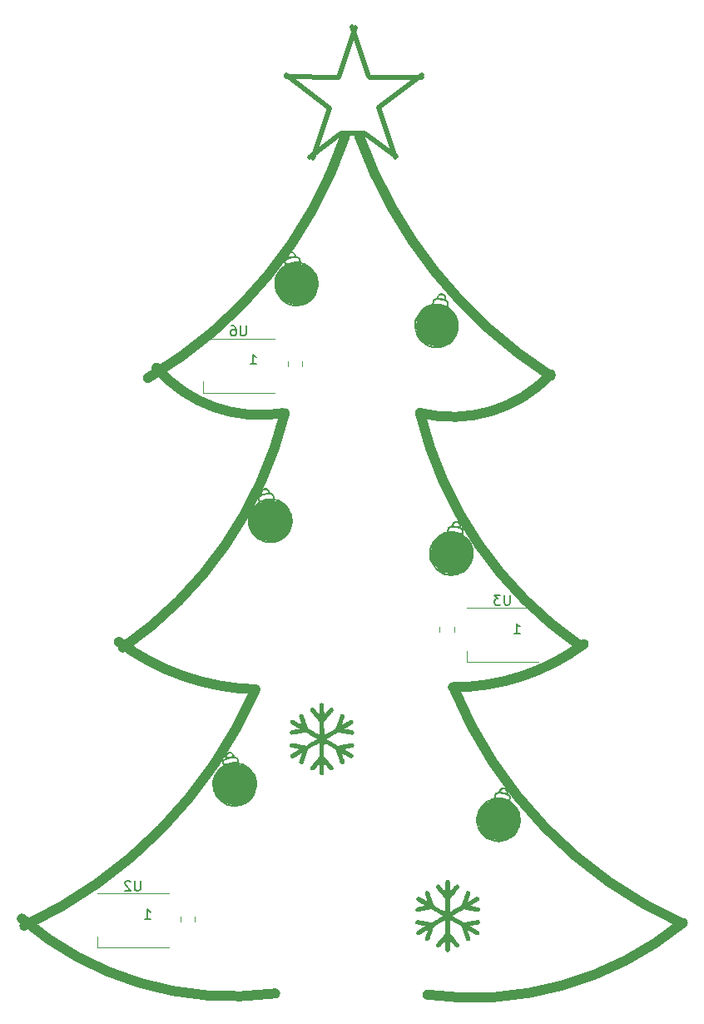
<source format=gbo>
%TF.GenerationSoftware,KiCad,Pcbnew,(6.0.7)*%
%TF.CreationDate,2022-11-21T20:11:54+01:00*%
%TF.ProjectId,Arbolito Tronco 2,4172626f-6c69-4746-9f20-54726f6e636f,rev?*%
%TF.SameCoordinates,Original*%
%TF.FileFunction,Legend,Bot*%
%TF.FilePolarity,Positive*%
%FSLAX46Y46*%
G04 Gerber Fmt 4.6, Leading zero omitted, Abs format (unit mm)*
G04 Created by KiCad (PCBNEW (6.0.7)) date 2022-11-21 20:11:54*
%MOMM*%
%LPD*%
G01*
G04 APERTURE LIST*
%ADD10C,3.000000*%
%ADD11C,1.000000*%
%ADD12C,0.500000*%
%ADD13C,0.150000*%
%ADD14C,0.120000*%
G04 APERTURE END LIST*
D10*
X155080000Y-99730000D02*
G75*
G03*
X155080000Y-99730000I-700000J0D01*
G01*
D11*
X146359997Y-58380013D02*
G75*
G03*
X159610000Y-54450000I3240503J13375813D01*
G01*
D12*
X135400000Y-32500000D02*
X137075000Y-27350000D01*
D10*
X131790000Y-69337039D02*
G75*
G03*
X131790000Y-69337039I-700000J0D01*
G01*
D11*
X140140010Y-30229997D02*
G75*
G03*
X159600000Y-54590000I45538590J16425697D01*
G01*
D10*
X128170000Y-96150000D02*
G75*
G03*
X128170000Y-96150000I-700000J0D01*
G01*
X148780000Y-49500000D02*
G75*
G03*
X148780000Y-49500000I-700000J0D01*
G01*
D12*
X141100000Y-24150000D02*
X139400000Y-19050000D01*
D11*
X149660000Y-86259979D02*
G75*
G03*
X162980000Y-81880000I46400J22302679D01*
G01*
D12*
X138325000Y-29950000D02*
X135075000Y-32375000D01*
D11*
X119499998Y-53770002D02*
G75*
G03*
X132350000Y-58390000I10553302J9172402D01*
G01*
X115672613Y-81641887D02*
G75*
G03*
X129570000Y-86480000I14630187J19645887D01*
G01*
X118610000Y-54830000D02*
G75*
G03*
X138700000Y-30210000I-22892700J39187270D01*
G01*
D10*
X150290000Y-72650000D02*
G75*
G03*
X150290000Y-72650000I-700000J0D01*
G01*
D12*
X138325000Y-29950000D02*
X140575000Y-29950000D01*
D11*
X146310003Y-58349999D02*
G75*
G03*
X162630000Y-82060000I39062967J9416039D01*
G01*
X105790002Y-109769997D02*
G75*
G03*
X131590000Y-117400000I21373948J24838707D01*
G01*
X116079999Y-82229998D02*
G75*
G03*
X132560000Y-58400000I-23341309J33755538D01*
G01*
D12*
X132725000Y-24000000D02*
X137075000Y-27350000D01*
X140650000Y-29950000D02*
X143850000Y-32300000D01*
D10*
X134453668Y-45267039D02*
G75*
G03*
X134453668Y-45267039I-700000J0D01*
G01*
D12*
X142125000Y-27300000D02*
X146475000Y-24000000D01*
D11*
X147060876Y-117529988D02*
G75*
G03*
X173060000Y-110230000I4600224J33564488D01*
G01*
D12*
X143775000Y-32400000D02*
X142125000Y-27300000D01*
X146550000Y-24250000D02*
X141150000Y-24250000D01*
X132700000Y-24200000D02*
X138050000Y-24275000D01*
D11*
X106050000Y-110520001D02*
G75*
G03*
X129570000Y-86500000I-19967980J43077531D01*
G01*
X149720006Y-86279998D02*
G75*
G03*
X173020000Y-110280000I41529594J17008098D01*
G01*
D12*
X139750000Y-19175000D02*
X138050000Y-24275000D01*
D13*
%TO.C,U3*%
X155461904Y-76902380D02*
X155461904Y-77711904D01*
X155414285Y-77807142D01*
X155366666Y-77854761D01*
X155271428Y-77902380D01*
X155080952Y-77902380D01*
X154985714Y-77854761D01*
X154938095Y-77807142D01*
X154890476Y-77711904D01*
X154890476Y-76902380D01*
X154509523Y-76902380D02*
X153890476Y-76902380D01*
X154223809Y-77283333D01*
X154080952Y-77283333D01*
X153985714Y-77330952D01*
X153938095Y-77378571D01*
X153890476Y-77473809D01*
X153890476Y-77711904D01*
X153938095Y-77807142D01*
X153985714Y-77854761D01*
X154080952Y-77902380D01*
X154366666Y-77902380D01*
X154461904Y-77854761D01*
X154509523Y-77807142D01*
X155894285Y-80792380D02*
X156465714Y-80792380D01*
X156180000Y-80792380D02*
X156180000Y-79792380D01*
X156275238Y-79935238D01*
X156370476Y-80030476D01*
X156465714Y-80078095D01*
%TO.C,U6*%
X128611904Y-49502380D02*
X128611904Y-50311904D01*
X128564285Y-50407142D01*
X128516666Y-50454761D01*
X128421428Y-50502380D01*
X128230952Y-50502380D01*
X128135714Y-50454761D01*
X128088095Y-50407142D01*
X128040476Y-50311904D01*
X128040476Y-49502380D01*
X127135714Y-49502380D02*
X127326190Y-49502380D01*
X127421428Y-49550000D01*
X127469047Y-49597619D01*
X127564285Y-49740476D01*
X127611904Y-49930952D01*
X127611904Y-50311904D01*
X127564285Y-50407142D01*
X127516666Y-50454761D01*
X127421428Y-50502380D01*
X127230952Y-50502380D01*
X127135714Y-50454761D01*
X127088095Y-50407142D01*
X127040476Y-50311904D01*
X127040476Y-50073809D01*
X127088095Y-49978571D01*
X127135714Y-49930952D01*
X127230952Y-49883333D01*
X127421428Y-49883333D01*
X127516666Y-49930952D01*
X127564285Y-49978571D01*
X127611904Y-50073809D01*
X129054285Y-53402380D02*
X129625714Y-53402380D01*
X129340000Y-53402380D02*
X129340000Y-52402380D01*
X129435238Y-52545238D01*
X129530476Y-52640476D01*
X129625714Y-52688095D01*
%TO.C,U2*%
X117861904Y-105952380D02*
X117861904Y-106761904D01*
X117814285Y-106857142D01*
X117766666Y-106904761D01*
X117671428Y-106952380D01*
X117480952Y-106952380D01*
X117385714Y-106904761D01*
X117338095Y-106857142D01*
X117290476Y-106761904D01*
X117290476Y-105952380D01*
X116861904Y-106047619D02*
X116814285Y-106000000D01*
X116719047Y-105952380D01*
X116480952Y-105952380D01*
X116385714Y-106000000D01*
X116338095Y-106047619D01*
X116290476Y-106142857D01*
X116290476Y-106238095D01*
X116338095Y-106380952D01*
X116909523Y-106952380D01*
X116290476Y-106952380D01*
X118324285Y-109852380D02*
X118895714Y-109852380D01*
X118610000Y-109852380D02*
X118610000Y-108852380D01*
X118705238Y-108995238D01*
X118800476Y-109090476D01*
X118895714Y-109138095D01*
%TO.C,G\u002A\u002A\u002A*%
G36*
X130868043Y-67716670D02*
G01*
X130928171Y-67751984D01*
X131041016Y-67837474D01*
X131168811Y-67937163D01*
X131275670Y-68023914D01*
X131357659Y-68094429D01*
X131410841Y-68145409D01*
X131431281Y-68173556D01*
X131422603Y-68214887D01*
X131393026Y-68264954D01*
X131348576Y-68321221D01*
X131570633Y-68494168D01*
X131575515Y-68497979D01*
X131660693Y-68567551D01*
X131731408Y-68630849D01*
X131780416Y-68681032D01*
X131800474Y-68711258D01*
X131801129Y-68715274D01*
X131799113Y-68753476D01*
X131775937Y-68793762D01*
X131724494Y-68849022D01*
X131713767Y-68861782D01*
X131710771Y-68879363D01*
X131724777Y-68902728D01*
X131760578Y-68937139D01*
X131822964Y-68987857D01*
X131916728Y-69060147D01*
X131926658Y-69067740D01*
X132020853Y-69141337D01*
X132084567Y-69195589D01*
X132123642Y-69236534D01*
X132143913Y-69270210D01*
X132151221Y-69302657D01*
X132151954Y-69319310D01*
X132143493Y-69359640D01*
X132112699Y-69397856D01*
X132051120Y-69446066D01*
X132005849Y-69480033D01*
X131962941Y-69516348D01*
X131946943Y-69536038D01*
X131964198Y-69554540D01*
X132010213Y-69594541D01*
X132077972Y-69650137D01*
X132160459Y-69715435D01*
X132259166Y-69795234D01*
X132338777Y-69871226D01*
X132378381Y-69931581D01*
X132380118Y-69934227D01*
X132383224Y-69989960D01*
X132348135Y-70044152D01*
X132274891Y-70102524D01*
X132163528Y-70170803D01*
X132124048Y-70191935D01*
X132028085Y-70236967D01*
X131915419Y-70284253D01*
X131802984Y-70326481D01*
X131573517Y-70406634D01*
X131603519Y-70576784D01*
X131630500Y-70729800D01*
X131504530Y-70761018D01*
X131452637Y-70772965D01*
X131372324Y-70788328D01*
X131313461Y-70795850D01*
X131300430Y-70796758D01*
X131229258Y-70804694D01*
X131151342Y-70816571D01*
X131054324Y-70833677D01*
X130996870Y-70507841D01*
X130763334Y-70510167D01*
X130711326Y-70510083D01*
X130586044Y-70506105D01*
X130465317Y-70497866D01*
X130369367Y-70486577D01*
X130278157Y-70469762D01*
X131173077Y-70469762D01*
X131204358Y-70647167D01*
X131426114Y-70608065D01*
X131394833Y-70430660D01*
X131173077Y-70469762D01*
X130278157Y-70469762D01*
X130255191Y-70465528D01*
X130157268Y-70437128D01*
X130098062Y-70400085D01*
X130075625Y-70349233D01*
X130086325Y-70288914D01*
X130272314Y-70288914D01*
X130288748Y-70301034D01*
X130342417Y-70316096D01*
X130424478Y-70330102D01*
X130525814Y-70341552D01*
X130637309Y-70348946D01*
X130642083Y-70349128D01*
X130735997Y-70347317D01*
X130863241Y-70337605D01*
X131013670Y-70320943D01*
X131177138Y-70298284D01*
X131194472Y-70295629D01*
X131414410Y-70257736D01*
X131600381Y-70216195D01*
X131762708Y-70167969D01*
X131911717Y-70110024D01*
X132057734Y-70039320D01*
X132203412Y-69962432D01*
X132137584Y-69907349D01*
X132099875Y-69876857D01*
X132032235Y-69823662D01*
X131947672Y-69758092D01*
X131856250Y-69687994D01*
X131855380Y-69687331D01*
X131771865Y-69622295D01*
X131703247Y-69566290D01*
X131656599Y-69525270D01*
X131638998Y-69505190D01*
X131639438Y-69503264D01*
X131663406Y-69482694D01*
X131716740Y-69450552D01*
X131789534Y-69412912D01*
X131802007Y-69406799D01*
X131873433Y-69368722D01*
X131924562Y-69336280D01*
X131945027Y-69315942D01*
X131940096Y-69307012D01*
X131906554Y-69272973D01*
X131846473Y-69220081D01*
X131765904Y-69153569D01*
X131670890Y-69078674D01*
X131615483Y-69035666D01*
X131527185Y-68965996D01*
X131456185Y-68908513D01*
X131408656Y-68868251D01*
X131390774Y-68850248D01*
X131397408Y-68841569D01*
X131434657Y-68818342D01*
X131494197Y-68789718D01*
X131533519Y-68771491D01*
X131580262Y-68745480D01*
X131597125Y-68729274D01*
X131591104Y-68722347D01*
X131555741Y-68691490D01*
X131494144Y-68641276D01*
X131412532Y-68576733D01*
X131317124Y-68502890D01*
X131263101Y-68461178D01*
X131174471Y-68391258D01*
X131103104Y-68333024D01*
X131055234Y-68291616D01*
X131037098Y-68272169D01*
X131051457Y-68256027D01*
X131094521Y-68241226D01*
X131142843Y-68230230D01*
X131184969Y-68213473D01*
X131196233Y-68190655D01*
X131175077Y-68156904D01*
X131119947Y-68107348D01*
X131029282Y-68037118D01*
X130832746Y-67888853D01*
X130699147Y-68095330D01*
X130653425Y-68167209D01*
X130610893Y-68241444D01*
X130594755Y-68287693D01*
X130605186Y-68311067D01*
X130642358Y-68316684D01*
X130706447Y-68309654D01*
X130749428Y-68308915D01*
X130771290Y-68320792D01*
X130768470Y-68330155D01*
X130746432Y-68372699D01*
X130706060Y-68442091D01*
X130651488Y-68531330D01*
X130586849Y-68633412D01*
X130550412Y-68690388D01*
X130490654Y-68785467D01*
X130443043Y-68863361D01*
X130411729Y-68917224D01*
X130400862Y-68940208D01*
X130409973Y-68946118D01*
X130452794Y-68955224D01*
X130518469Y-68961765D01*
X130561628Y-68965430D01*
X130614671Y-68973856D01*
X130636357Y-68983272D01*
X130633046Y-68992120D01*
X130610417Y-69033604D01*
X130569857Y-69102262D01*
X130515445Y-69191251D01*
X130451260Y-69293727D01*
X130414124Y-69353142D01*
X130356040Y-69449617D01*
X130310864Y-69529317D01*
X130282489Y-69585256D01*
X130274805Y-69610447D01*
X130275896Y-69611861D01*
X130306951Y-69624306D01*
X130369290Y-69637232D01*
X130450821Y-69648053D01*
X130461582Y-69649170D01*
X130541805Y-69658611D01*
X130601739Y-69667554D01*
X130629103Y-69674196D01*
X130627943Y-69682116D01*
X130608836Y-69721929D01*
X130571272Y-69789056D01*
X130519050Y-69876819D01*
X130455973Y-69978532D01*
X130419370Y-70036872D01*
X130360411Y-70132655D01*
X130313533Y-70211180D01*
X130282809Y-70265562D01*
X130272314Y-70288914D01*
X130086325Y-70288914D01*
X130088011Y-70279407D01*
X130133274Y-70185444D01*
X130209469Y-70062177D01*
X130263238Y-69977822D01*
X130308990Y-69902234D01*
X130339200Y-69847811D01*
X130349124Y-69822689D01*
X130335146Y-69811329D01*
X130287909Y-69790921D01*
X130219617Y-69769009D01*
X130189474Y-69760220D01*
X130127681Y-69736545D01*
X130094053Y-69708797D01*
X130076504Y-69668485D01*
X130075821Y-69665900D01*
X130072393Y-69632703D01*
X130081020Y-69593311D01*
X130105125Y-69540035D01*
X130148135Y-69465189D01*
X130213474Y-69361084D01*
X130368367Y-69119120D01*
X130289860Y-69077294D01*
X130276451Y-69069582D01*
X130227416Y-69030141D01*
X130203699Y-68992057D01*
X130203534Y-68990605D01*
X130213818Y-68953206D01*
X130244138Y-68887716D01*
X130290046Y-68802951D01*
X130347099Y-68707726D01*
X130395330Y-68630310D01*
X130440857Y-68554248D01*
X130466570Y-68504318D01*
X130475127Y-68473809D01*
X130469180Y-68456015D01*
X130451388Y-68444225D01*
X130420544Y-68427194D01*
X130387745Y-68395489D01*
X130378341Y-68353701D01*
X130393248Y-68295351D01*
X130433381Y-68213960D01*
X130499659Y-68103049D01*
X130527261Y-68058784D01*
X130603694Y-67936937D01*
X130661409Y-67846957D01*
X130704115Y-67783856D01*
X130735526Y-67742643D01*
X130759352Y-67718329D01*
X130779304Y-67705921D01*
X130799094Y-67700433D01*
X130813520Y-67700168D01*
X130868043Y-67716670D01*
G37*
G36*
X131757820Y-67157965D02*
G01*
X131910546Y-67212727D01*
X132190989Y-67346217D01*
X132444144Y-67510990D01*
X132668831Y-67703520D01*
X132863870Y-67920281D01*
X133028083Y-68157748D01*
X133160291Y-68412395D01*
X133259312Y-68680698D01*
X133298201Y-68848161D01*
X133323971Y-68959128D01*
X133353084Y-69244161D01*
X133345475Y-69532271D01*
X133299963Y-69819932D01*
X133215369Y-70103621D01*
X133090515Y-70379808D01*
X132924219Y-70644971D01*
X132858247Y-70732377D01*
X132650750Y-70964826D01*
X132421980Y-71159810D01*
X132166995Y-71321155D01*
X131880854Y-71452687D01*
X131750617Y-71496907D01*
X131506722Y-71553259D01*
X131246644Y-71584761D01*
X130984729Y-71589976D01*
X130735324Y-71567467D01*
X130657032Y-71553896D01*
X130357417Y-71474072D01*
X130073094Y-71354192D01*
X129808015Y-71197264D01*
X129566125Y-71006297D01*
X129351372Y-70784302D01*
X129167704Y-70534284D01*
X129019067Y-70259256D01*
X128915240Y-69983028D01*
X128846660Y-69683430D01*
X128827265Y-69466578D01*
X129004712Y-69466578D01*
X129043814Y-69751838D01*
X129121193Y-70024770D01*
X129234109Y-70282260D01*
X129379821Y-70521199D01*
X129555587Y-70738471D01*
X129758669Y-70930967D01*
X129986323Y-71095573D01*
X130235810Y-71229179D01*
X130504388Y-71328671D01*
X130789317Y-71390938D01*
X131087856Y-71412869D01*
X131234614Y-71407832D01*
X131526287Y-71365590D01*
X131806741Y-71282749D01*
X132071917Y-71162082D01*
X132317758Y-71006364D01*
X132540202Y-70818367D01*
X132735191Y-70600863D01*
X132898665Y-70356625D01*
X133026567Y-70088429D01*
X133079168Y-69937612D01*
X133135729Y-69705948D01*
X133169017Y-69451785D01*
X133172583Y-69297304D01*
X133156273Y-69092527D01*
X133120318Y-68879526D01*
X133067516Y-68674240D01*
X133000665Y-68492602D01*
X132991564Y-68472491D01*
X132908414Y-68312934D01*
X132806623Y-68149599D01*
X132696623Y-67998152D01*
X132588850Y-67874260D01*
X132432696Y-67734596D01*
X132234246Y-67592667D01*
X132017725Y-67467364D01*
X131796393Y-67366297D01*
X131583507Y-67297079D01*
X131545845Y-67288178D01*
X131273357Y-67248351D01*
X130990281Y-67246428D01*
X130705418Y-67280869D01*
X130427568Y-67350132D01*
X130165527Y-67452676D01*
X129928097Y-67586962D01*
X129906645Y-67601660D01*
X129703177Y-67766094D01*
X129513195Y-67963565D01*
X129346031Y-68183304D01*
X129211019Y-68414539D01*
X129132454Y-68593135D01*
X129063148Y-68816582D01*
X129018096Y-69062854D01*
X129006630Y-69172100D01*
X129004712Y-69466578D01*
X128827265Y-69466578D01*
X128819580Y-69380653D01*
X128832941Y-69078920D01*
X128885689Y-68782451D01*
X128976764Y-68495472D01*
X129105109Y-68222204D01*
X129269667Y-67966870D01*
X129469382Y-67733691D01*
X129703195Y-67526892D01*
X129875736Y-67394510D01*
X129838402Y-67181242D01*
X129828367Y-67122154D01*
X129816589Y-67037230D01*
X129815938Y-67019499D01*
X130000659Y-67019499D01*
X130007016Y-67086635D01*
X130019213Y-67167743D01*
X130027688Y-67213239D01*
X130042160Y-67271535D01*
X130056679Y-67296199D01*
X130074448Y-67294589D01*
X130081585Y-67290365D01*
X130210667Y-67228020D01*
X130371178Y-67170684D01*
X130550377Y-67121861D01*
X130735520Y-67085054D01*
X130913864Y-67063768D01*
X130966350Y-67060473D01*
X131076640Y-67056395D01*
X131175063Y-67056200D01*
X131245136Y-67060071D01*
X131351489Y-67072657D01*
X131324323Y-66918591D01*
X131311192Y-66850718D01*
X131293485Y-66789941D01*
X131270141Y-66751116D01*
X131235273Y-66721192D01*
X131202580Y-66701771D01*
X131133283Y-66678226D01*
X131042830Y-66667904D01*
X130923757Y-66670222D01*
X130768598Y-66684594D01*
X130642062Y-66702754D01*
X130480609Y-66736404D01*
X130332637Y-66778657D01*
X130204426Y-66827057D01*
X130102257Y-66879148D01*
X130032412Y-66932475D01*
X130001171Y-66984582D01*
X130000659Y-67019499D01*
X129815938Y-67019499D01*
X129814442Y-66978776D01*
X129821955Y-66935296D01*
X129839163Y-66895295D01*
X129857340Y-66861893D01*
X129900387Y-66798833D01*
X129953298Y-66751370D01*
X130032129Y-66703548D01*
X130088974Y-66668522D01*
X130113871Y-66639837D01*
X130110780Y-66610805D01*
X130100346Y-66573103D01*
X130099485Y-66487827D01*
X130100666Y-66481065D01*
X130285854Y-66481065D01*
X130289031Y-66536995D01*
X130299498Y-66568636D01*
X130301274Y-66569596D01*
X130335099Y-66569635D01*
X130402511Y-66561032D01*
X130494722Y-66545104D01*
X130602943Y-66523169D01*
X130889272Y-66461248D01*
X130870550Y-66395954D01*
X130855196Y-66354772D01*
X130790763Y-66269440D01*
X130689333Y-66209684D01*
X130660047Y-66199947D01*
X130553546Y-66191152D01*
X130453992Y-66219777D01*
X130370301Y-66280020D01*
X130311388Y-66366074D01*
X130286167Y-66472138D01*
X130285854Y-66481065D01*
X130100666Y-66481065D01*
X130116845Y-66388457D01*
X130149264Y-66290343D01*
X130193581Y-66208836D01*
X130234615Y-66159168D01*
X130339607Y-66075575D01*
X130458622Y-66026332D01*
X130584255Y-66010025D01*
X130709099Y-66025238D01*
X130825747Y-66070555D01*
X130926789Y-66144562D01*
X131004820Y-66245840D01*
X131052433Y-66372976D01*
X131059031Y-66402395D01*
X131067744Y-66429779D01*
X131075808Y-66455128D01*
X131097957Y-66479376D01*
X131133874Y-66486876D01*
X131161248Y-66490123D01*
X131260231Y-66520580D01*
X131352879Y-66573197D01*
X131419857Y-66637772D01*
X131441365Y-66674477D01*
X131474895Y-66766687D01*
X131503590Y-66897873D01*
X131528893Y-67041376D01*
X131536946Y-67087047D01*
X131757820Y-67157965D01*
G37*
D14*
%TO.C,U3*%
X158350000Y-78200000D02*
X151050000Y-78200000D01*
X158350000Y-83700000D02*
X151050000Y-83700000D01*
X151050000Y-83700000D02*
X151050000Y-82550000D01*
%TO.C,C13*%
X121965000Y-109588748D02*
X121965000Y-110111252D01*
X123435000Y-109588748D02*
X123435000Y-110111252D01*
%TO.C,U6*%
X131500000Y-50800000D02*
X124200000Y-50800000D01*
X124200000Y-56300000D02*
X124200000Y-55150000D01*
X131500000Y-56300000D02*
X124200000Y-56300000D01*
%TO.C,G\u002A\u002A\u002A*%
G36*
X154212709Y-101235677D02*
G01*
X154159860Y-101229154D01*
X154079136Y-101216123D01*
X154021250Y-101203058D01*
X154008694Y-101199454D01*
X153939100Y-101182570D01*
X153861821Y-101167081D01*
X153764803Y-101149974D01*
X153786658Y-101026026D01*
X153969579Y-101026026D01*
X154191335Y-101065128D01*
X154222616Y-100887723D01*
X154000860Y-100848621D01*
X153969579Y-101026026D01*
X153786658Y-101026026D01*
X153822256Y-100824138D01*
X153602009Y-100746449D01*
X153553166Y-100728583D01*
X153436800Y-100681996D01*
X153326172Y-100632962D01*
X153239870Y-100589537D01*
X153139778Y-100530708D01*
X153057474Y-100470529D01*
X153014508Y-100415470D01*
X153011522Y-100370601D01*
X153216274Y-100370601D01*
X153227572Y-100387611D01*
X153272853Y-100420120D01*
X153345174Y-100461348D01*
X153436483Y-100506766D01*
X153538725Y-100551849D01*
X153543149Y-100553652D01*
X153632018Y-100584071D01*
X153754910Y-100618465D01*
X153901966Y-100654258D01*
X154063325Y-100688874D01*
X154080522Y-100692308D01*
X154300157Y-100731924D01*
X154489120Y-100756493D01*
X154658151Y-100766695D01*
X154817993Y-100763208D01*
X154979386Y-100746709D01*
X155142576Y-100724283D01*
X155099557Y-100650007D01*
X155074551Y-100608457D01*
X155029184Y-100535335D01*
X154972148Y-100444797D01*
X154910214Y-100347659D01*
X154909623Y-100346738D01*
X154853389Y-100257061D01*
X154808063Y-100180964D01*
X154778258Y-100126464D01*
X154768586Y-100101575D01*
X154769659Y-100099915D01*
X154799217Y-100088784D01*
X154860327Y-100076822D01*
X154941605Y-100066348D01*
X154955416Y-100064870D01*
X155035558Y-100053518D01*
X155094699Y-100040520D01*
X155120887Y-100028408D01*
X155119307Y-100018330D01*
X155099429Y-99974871D01*
X155061062Y-99904621D01*
X155008100Y-99814564D01*
X154944432Y-99711688D01*
X154907076Y-99652324D01*
X154847932Y-99556656D01*
X154800874Y-99478356D01*
X154769982Y-99424267D01*
X154759336Y-99401233D01*
X154768538Y-99395346D01*
X154811484Y-99386260D01*
X154877223Y-99379726D01*
X154920408Y-99376047D01*
X154973229Y-99367592D01*
X154994618Y-99358131D01*
X154991329Y-99349562D01*
X154968653Y-99308471D01*
X154927944Y-99240218D01*
X154873329Y-99151655D01*
X154808931Y-99049633D01*
X154772432Y-98991960D01*
X154713061Y-98895944D01*
X154665915Y-98816813D01*
X154635095Y-98761529D01*
X154624703Y-98737052D01*
X154643717Y-98726795D01*
X154689246Y-98727615D01*
X154738415Y-98733809D01*
X154783732Y-98732471D01*
X154802120Y-98714881D01*
X154793785Y-98675930D01*
X154758928Y-98610507D01*
X154697751Y-98513503D01*
X154563777Y-98306960D01*
X154367616Y-98455292D01*
X154300067Y-98507198D01*
X154234711Y-98562409D01*
X154203728Y-98600349D01*
X154205534Y-98625882D01*
X154238544Y-98643873D01*
X154301172Y-98659187D01*
X154341814Y-98673194D01*
X154358295Y-98691832D01*
X154352443Y-98699665D01*
X154317183Y-98732105D01*
X154255513Y-98783505D01*
X154173710Y-98848698D01*
X154078055Y-98922515D01*
X154024329Y-98963594D01*
X153935656Y-99032500D01*
X153864275Y-99089412D01*
X153816427Y-99129316D01*
X153798354Y-99147198D01*
X153804895Y-99155868D01*
X153842019Y-99179070D01*
X153901495Y-99207679D01*
X153940798Y-99225884D01*
X153987761Y-99251943D01*
X154004919Y-99268209D01*
X153998780Y-99275391D01*
X153963329Y-99306634D01*
X153901732Y-99357279D01*
X153820165Y-99422291D01*
X153724802Y-99496635D01*
X153669585Y-99539765D01*
X153582007Y-99610556D01*
X153512297Y-99669998D01*
X153466500Y-99712859D01*
X153450665Y-99733903D01*
X153451206Y-99735605D01*
X153476132Y-99757921D01*
X153530290Y-99791388D01*
X153603203Y-99829442D01*
X153612933Y-99834172D01*
X153685089Y-99870482D01*
X153738350Y-99899384D01*
X153761792Y-99914984D01*
X153757993Y-99922030D01*
X153726421Y-99952906D01*
X153668164Y-100003138D01*
X153589075Y-100067747D01*
X153495014Y-100141753D01*
X153440664Y-100184055D01*
X153352502Y-100253897D01*
X153281594Y-100311653D01*
X153234123Y-100352247D01*
X153216274Y-100370601D01*
X153011522Y-100370601D01*
X153010817Y-100360011D01*
X153046338Y-100298632D01*
X153121008Y-100225817D01*
X153234767Y-100136044D01*
X153314145Y-100075166D01*
X153382991Y-100019784D01*
X153429993Y-99978976D01*
X153447910Y-99958763D01*
X153438660Y-99943307D01*
X153401253Y-99907975D01*
X153344573Y-99864027D01*
X153319254Y-99845458D01*
X153269285Y-99802077D01*
X153247175Y-99764501D01*
X153244472Y-99720618D01*
X153244714Y-99717954D01*
X153252847Y-99685588D01*
X153274426Y-99651522D01*
X153315299Y-99609703D01*
X153381315Y-99554081D01*
X153478319Y-99478602D01*
X153706627Y-99304206D01*
X153647160Y-99238052D01*
X153637198Y-99226219D01*
X153604610Y-99172385D01*
X153595348Y-99128486D01*
X153595690Y-99127066D01*
X153618145Y-99095440D01*
X153669035Y-99044269D01*
X153741166Y-98980317D01*
X153827347Y-98910348D01*
X153899148Y-98854098D01*
X153967943Y-98798194D01*
X154009183Y-98760069D01*
X154027658Y-98734327D01*
X154028156Y-98715571D01*
X154015469Y-98698407D01*
X153992310Y-98671854D01*
X153972333Y-98630843D01*
X153977788Y-98588359D01*
X154011753Y-98538627D01*
X154077304Y-98475870D01*
X154177519Y-98394316D01*
X154218595Y-98362162D01*
X154332093Y-98273804D01*
X154417102Y-98208991D01*
X154478815Y-98164301D01*
X154522427Y-98136317D01*
X154553132Y-98121618D01*
X154576125Y-98116783D01*
X154596598Y-98118394D01*
X154610245Y-98123079D01*
X154655835Y-98157234D01*
X154700259Y-98210983D01*
X154777060Y-98329913D01*
X154863051Y-98467298D01*
X154933796Y-98585366D01*
X154986722Y-98679669D01*
X155019261Y-98745765D01*
X155028842Y-98779205D01*
X155006551Y-98815075D01*
X154961634Y-98852007D01*
X154900620Y-98889678D01*
X155050134Y-99128143D01*
X155053418Y-99133394D01*
X155109664Y-99227903D01*
X155154465Y-99311569D01*
X155183354Y-99375488D01*
X155191865Y-99410750D01*
X155191107Y-99414749D01*
X155176146Y-99449958D01*
X155140590Y-99479887D01*
X155073349Y-99514220D01*
X155058905Y-99522542D01*
X155050076Y-99538038D01*
X155055246Y-99564784D01*
X155077119Y-99609364D01*
X155118396Y-99678361D01*
X155181781Y-99778360D01*
X155188515Y-99788892D01*
X155251857Y-99890267D01*
X155293174Y-99963039D01*
X155315888Y-100014879D01*
X155323419Y-100053457D01*
X155319189Y-100086446D01*
X155314182Y-100102346D01*
X155292437Y-100137350D01*
X155250430Y-100162729D01*
X155176076Y-100186970D01*
X155121917Y-100203405D01*
X155069177Y-100222855D01*
X155047409Y-100235886D01*
X155057296Y-100259173D01*
X155086855Y-100312500D01*
X155131512Y-100387919D01*
X155186691Y-100477490D01*
X155252153Y-100586237D01*
X155300972Y-100684875D01*
X155317545Y-100755135D01*
X155318272Y-100758216D01*
X155302128Y-100811650D01*
X155250621Y-100850573D01*
X155161829Y-100880374D01*
X155033830Y-100906446D01*
X154989503Y-100912801D01*
X154883926Y-100922296D01*
X154761882Y-100928196D01*
X154641785Y-100929422D01*
X154398742Y-100926259D01*
X154368740Y-101096409D01*
X154341759Y-101249426D01*
X154212709Y-101235677D01*
G37*
G36*
X155683040Y-97936545D02*
G01*
X155807827Y-98040239D01*
X156025700Y-98261596D01*
X156207232Y-98503016D01*
X156352520Y-98760783D01*
X156461660Y-99031179D01*
X156534752Y-99310489D01*
X156571892Y-99594997D01*
X156573177Y-99880986D01*
X156552444Y-100051650D01*
X156538707Y-100164739D01*
X156468578Y-100442540D01*
X156362887Y-100710672D01*
X156221735Y-100965419D01*
X156045215Y-101203066D01*
X155833429Y-101419895D01*
X155586471Y-101612190D01*
X155494583Y-101671761D01*
X155220097Y-101819224D01*
X154938435Y-101924205D01*
X154643645Y-101988610D01*
X154329773Y-102014343D01*
X154192266Y-102011353D01*
X153943806Y-101980890D01*
X153688639Y-101921540D01*
X153440736Y-101836860D01*
X153214070Y-101730407D01*
X153145141Y-101690877D01*
X152890896Y-101513392D01*
X152664722Y-101303498D01*
X152469301Y-101065372D01*
X152307314Y-100803190D01*
X152181439Y-100521133D01*
X152094358Y-100223375D01*
X152048751Y-99914096D01*
X152046809Y-99728680D01*
X152224916Y-99728680D01*
X152242956Y-100009262D01*
X152298159Y-100283627D01*
X152389014Y-100547911D01*
X152514011Y-100798256D01*
X152671637Y-101030798D01*
X152860382Y-101241676D01*
X153078734Y-101427027D01*
X153325183Y-101582991D01*
X153598217Y-101705705D01*
X153737847Y-101751166D01*
X154026378Y-101811229D01*
X154318252Y-101829306D01*
X154608707Y-101806612D01*
X154892980Y-101744367D01*
X155166308Y-101643787D01*
X155423929Y-101506091D01*
X155661078Y-101332494D01*
X155872995Y-101124217D01*
X155974006Y-101000485D01*
X156106390Y-100802137D01*
X156224599Y-100574688D01*
X156280786Y-100430743D01*
X156335498Y-100232737D01*
X156374561Y-100020285D01*
X156395156Y-99809319D01*
X156394461Y-99615771D01*
X156392787Y-99593760D01*
X156369223Y-99415387D01*
X156329434Y-99227087D01*
X156277866Y-99047152D01*
X156218966Y-98893870D01*
X156119998Y-98709221D01*
X155982058Y-98507978D01*
X155821451Y-98316177D01*
X155648034Y-98145505D01*
X155471661Y-98007650D01*
X155439314Y-97986405D01*
X155196881Y-97855783D01*
X154931534Y-97757159D01*
X154652071Y-97692094D01*
X154367287Y-97662149D01*
X154085978Y-97668886D01*
X153816937Y-97713867D01*
X153791752Y-97720342D01*
X153544315Y-97805270D01*
X153298251Y-97925854D01*
X153066014Y-98075168D01*
X152860057Y-98246280D01*
X152725147Y-98387235D01*
X152583597Y-98573503D01*
X152457031Y-98789514D01*
X152408893Y-98888249D01*
X152306374Y-99164312D01*
X152245553Y-99445743D01*
X152224916Y-99728680D01*
X152046809Y-99728680D01*
X152045660Y-99619016D01*
X152083685Y-99314030D01*
X152161794Y-99020251D01*
X152277549Y-98741284D01*
X152428513Y-98480735D01*
X152612248Y-98242213D01*
X152826317Y-98029321D01*
X153068280Y-97845668D01*
X153335702Y-97694858D01*
X153626144Y-97580499D01*
X153833557Y-97515114D01*
X153843971Y-97456475D01*
X154032005Y-97456475D01*
X154037212Y-97484617D01*
X154054460Y-97489182D01*
X154062611Y-97487653D01*
X154205232Y-97473217D01*
X154375673Y-97474237D01*
X154560763Y-97489648D01*
X154747330Y-97518383D01*
X154922199Y-97559378D01*
X154972647Y-97574233D01*
X155077679Y-97608122D01*
X155170234Y-97641602D01*
X155234757Y-97669206D01*
X155330391Y-97717408D01*
X155357558Y-97563341D01*
X155368433Y-97495071D01*
X155372580Y-97431903D01*
X155363923Y-97387435D01*
X155341392Y-97347391D01*
X155317313Y-97317959D01*
X155260248Y-97272133D01*
X155178781Y-97231497D01*
X155066095Y-97192949D01*
X154915379Y-97153388D01*
X154790263Y-97127174D01*
X154627037Y-97103575D01*
X154473537Y-97092670D01*
X154336505Y-97094301D01*
X154222681Y-97108306D01*
X154138810Y-97134528D01*
X154091631Y-97172808D01*
X154079208Y-97205444D01*
X154062219Y-97270705D01*
X154045940Y-97351094D01*
X154038344Y-97396745D01*
X154032005Y-97456475D01*
X153843971Y-97456475D01*
X153871417Y-97301938D01*
X153882196Y-97242982D01*
X153900174Y-97159151D01*
X153918148Y-97103487D01*
X153940080Y-97065199D01*
X153969931Y-97033496D01*
X153998436Y-97008325D01*
X154060455Y-96963791D01*
X154126409Y-96937287D01*
X154216841Y-96919311D01*
X154282238Y-96905839D01*
X154315444Y-96887400D01*
X154316292Y-96883981D01*
X154514228Y-96883981D01*
X154515569Y-96885491D01*
X154547341Y-96897096D01*
X154613630Y-96912068D01*
X154705728Y-96928639D01*
X154814925Y-96945040D01*
X155105164Y-96984784D01*
X155109903Y-96917025D01*
X155109559Y-96873074D01*
X155078198Y-96770851D01*
X155003322Y-96680007D01*
X154979133Y-96660842D01*
X154882062Y-96616152D01*
X154778722Y-96609001D01*
X154679474Y-96636986D01*
X154594682Y-96697701D01*
X154534706Y-96788743D01*
X154531358Y-96797024D01*
X154515215Y-96850668D01*
X154514228Y-96883981D01*
X154316292Y-96883981D01*
X154322469Y-96859062D01*
X154325559Y-96820065D01*
X154353916Y-96739637D01*
X154404216Y-96652197D01*
X154468237Y-96571088D01*
X154537758Y-96509654D01*
X154593305Y-96477016D01*
X154720555Y-96434373D01*
X154849235Y-96428805D01*
X154972869Y-96456451D01*
X155084981Y-96513446D01*
X155179094Y-96595925D01*
X155248731Y-96700027D01*
X155287417Y-96821886D01*
X155288676Y-96957639D01*
X155284814Y-96987541D01*
X155283635Y-97016253D01*
X155282543Y-97042832D01*
X155295063Y-97073193D01*
X155326249Y-97092525D01*
X155350862Y-97104938D01*
X155433459Y-97167413D01*
X155502523Y-97248544D01*
X155543375Y-97332133D01*
X155551033Y-97373980D01*
X155551003Y-97472098D01*
X155533099Y-97605186D01*
X155507796Y-97748689D01*
X155499743Y-97794360D01*
X155683040Y-97936545D01*
G37*
G36*
X147912709Y-51005677D02*
G01*
X147859860Y-50999154D01*
X147779136Y-50986123D01*
X147721250Y-50973058D01*
X147708694Y-50969454D01*
X147639100Y-50952570D01*
X147561821Y-50937081D01*
X147464803Y-50919974D01*
X147486658Y-50796026D01*
X147669579Y-50796026D01*
X147891335Y-50835128D01*
X147922616Y-50657723D01*
X147700860Y-50618621D01*
X147669579Y-50796026D01*
X147486658Y-50796026D01*
X147522256Y-50594138D01*
X147302009Y-50516449D01*
X147253166Y-50498583D01*
X147136800Y-50451996D01*
X147026172Y-50402962D01*
X146939870Y-50359537D01*
X146839778Y-50300708D01*
X146757474Y-50240529D01*
X146714508Y-50185470D01*
X146711522Y-50140601D01*
X146916274Y-50140601D01*
X146927572Y-50157611D01*
X146972853Y-50190120D01*
X147045174Y-50231348D01*
X147136483Y-50276766D01*
X147238725Y-50321849D01*
X147243149Y-50323652D01*
X147332018Y-50354071D01*
X147454910Y-50388465D01*
X147601966Y-50424258D01*
X147763325Y-50458874D01*
X147780522Y-50462308D01*
X148000157Y-50501924D01*
X148189120Y-50526493D01*
X148358151Y-50536695D01*
X148517993Y-50533208D01*
X148679386Y-50516709D01*
X148842576Y-50494283D01*
X148799557Y-50420007D01*
X148774551Y-50378457D01*
X148729184Y-50305335D01*
X148672148Y-50214797D01*
X148610214Y-50117659D01*
X148609623Y-50116738D01*
X148553389Y-50027061D01*
X148508063Y-49950964D01*
X148478258Y-49896464D01*
X148468586Y-49871575D01*
X148469659Y-49869915D01*
X148499217Y-49858784D01*
X148560327Y-49846822D01*
X148641605Y-49836348D01*
X148655416Y-49834870D01*
X148735558Y-49823518D01*
X148794699Y-49810520D01*
X148820887Y-49798408D01*
X148819307Y-49788330D01*
X148799429Y-49744871D01*
X148761062Y-49674621D01*
X148708100Y-49584564D01*
X148644432Y-49481688D01*
X148607076Y-49422324D01*
X148547932Y-49326656D01*
X148500874Y-49248356D01*
X148469982Y-49194267D01*
X148459336Y-49171233D01*
X148468538Y-49165346D01*
X148511484Y-49156260D01*
X148577223Y-49149726D01*
X148620408Y-49146047D01*
X148673229Y-49137592D01*
X148694618Y-49128131D01*
X148691329Y-49119562D01*
X148668653Y-49078471D01*
X148627944Y-49010218D01*
X148573329Y-48921655D01*
X148508931Y-48819633D01*
X148472432Y-48761960D01*
X148413061Y-48665944D01*
X148365915Y-48586813D01*
X148335095Y-48531529D01*
X148324703Y-48507052D01*
X148343717Y-48496795D01*
X148389246Y-48497615D01*
X148438415Y-48503809D01*
X148483732Y-48502471D01*
X148502120Y-48484881D01*
X148493785Y-48445930D01*
X148458928Y-48380507D01*
X148397751Y-48283503D01*
X148263777Y-48076960D01*
X148067616Y-48225292D01*
X148000067Y-48277198D01*
X147934711Y-48332409D01*
X147903728Y-48370349D01*
X147905534Y-48395882D01*
X147938544Y-48413873D01*
X148001172Y-48429187D01*
X148041814Y-48443194D01*
X148058295Y-48461832D01*
X148052443Y-48469665D01*
X148017183Y-48502105D01*
X147955513Y-48553505D01*
X147873710Y-48618698D01*
X147778055Y-48692515D01*
X147724329Y-48733594D01*
X147635656Y-48802500D01*
X147564275Y-48859412D01*
X147516427Y-48899316D01*
X147498354Y-48917198D01*
X147504895Y-48925868D01*
X147542019Y-48949070D01*
X147601495Y-48977679D01*
X147640798Y-48995884D01*
X147687761Y-49021943D01*
X147704919Y-49038209D01*
X147698780Y-49045391D01*
X147663329Y-49076634D01*
X147601732Y-49127279D01*
X147520165Y-49192291D01*
X147424802Y-49266635D01*
X147369585Y-49309765D01*
X147282007Y-49380556D01*
X147212297Y-49439998D01*
X147166500Y-49482859D01*
X147150665Y-49503903D01*
X147151206Y-49505605D01*
X147176132Y-49527921D01*
X147230290Y-49561388D01*
X147303203Y-49599442D01*
X147312933Y-49604172D01*
X147385089Y-49640482D01*
X147438350Y-49669384D01*
X147461792Y-49684984D01*
X147457993Y-49692030D01*
X147426421Y-49722906D01*
X147368164Y-49773138D01*
X147289075Y-49837747D01*
X147195014Y-49911753D01*
X147140664Y-49954055D01*
X147052502Y-50023897D01*
X146981594Y-50081653D01*
X146934123Y-50122247D01*
X146916274Y-50140601D01*
X146711522Y-50140601D01*
X146710817Y-50130011D01*
X146746338Y-50068632D01*
X146821008Y-49995817D01*
X146934767Y-49906044D01*
X147014145Y-49845166D01*
X147082991Y-49789784D01*
X147129993Y-49748976D01*
X147147910Y-49728763D01*
X147138660Y-49713307D01*
X147101253Y-49677975D01*
X147044573Y-49634027D01*
X147019254Y-49615458D01*
X146969285Y-49572077D01*
X146947175Y-49534501D01*
X146944472Y-49490618D01*
X146944714Y-49487954D01*
X146952847Y-49455588D01*
X146974426Y-49421522D01*
X147015299Y-49379703D01*
X147081315Y-49324081D01*
X147178319Y-49248602D01*
X147406627Y-49074206D01*
X147347160Y-49008052D01*
X147337198Y-48996219D01*
X147304610Y-48942385D01*
X147295348Y-48898486D01*
X147295690Y-48897066D01*
X147318145Y-48865440D01*
X147369035Y-48814269D01*
X147441166Y-48750317D01*
X147527347Y-48680348D01*
X147599148Y-48624098D01*
X147667943Y-48568194D01*
X147709183Y-48530069D01*
X147727658Y-48504327D01*
X147728156Y-48485571D01*
X147715469Y-48468407D01*
X147692310Y-48441854D01*
X147672333Y-48400843D01*
X147677788Y-48358359D01*
X147711753Y-48308627D01*
X147777304Y-48245870D01*
X147877519Y-48164316D01*
X147918595Y-48132162D01*
X148032093Y-48043804D01*
X148117102Y-47978991D01*
X148178815Y-47934301D01*
X148222427Y-47906317D01*
X148253132Y-47891618D01*
X148276125Y-47886783D01*
X148296598Y-47888394D01*
X148310245Y-47893079D01*
X148355835Y-47927234D01*
X148400259Y-47980983D01*
X148477060Y-48099913D01*
X148563051Y-48237298D01*
X148633796Y-48355366D01*
X148686722Y-48449669D01*
X148719261Y-48515765D01*
X148728842Y-48549205D01*
X148706551Y-48585075D01*
X148661634Y-48622007D01*
X148600620Y-48659678D01*
X148750134Y-48898143D01*
X148753418Y-48903394D01*
X148809664Y-48997903D01*
X148854465Y-49081569D01*
X148883354Y-49145488D01*
X148891865Y-49180750D01*
X148891107Y-49184749D01*
X148876146Y-49219958D01*
X148840590Y-49249887D01*
X148773349Y-49284220D01*
X148758905Y-49292542D01*
X148750076Y-49308038D01*
X148755246Y-49334784D01*
X148777119Y-49379364D01*
X148818396Y-49448361D01*
X148881781Y-49548360D01*
X148888515Y-49558892D01*
X148951857Y-49660267D01*
X148993174Y-49733039D01*
X149015888Y-49784879D01*
X149023419Y-49823457D01*
X149019189Y-49856446D01*
X149014182Y-49872346D01*
X148992437Y-49907350D01*
X148950430Y-49932729D01*
X148876076Y-49956970D01*
X148821917Y-49973405D01*
X148769177Y-49992855D01*
X148747409Y-50005886D01*
X148757296Y-50029173D01*
X148786855Y-50082500D01*
X148831512Y-50157919D01*
X148886691Y-50247490D01*
X148952153Y-50356237D01*
X149000972Y-50454875D01*
X149017545Y-50525135D01*
X149018272Y-50528216D01*
X149002128Y-50581650D01*
X148950621Y-50620573D01*
X148861829Y-50650374D01*
X148733830Y-50676446D01*
X148689503Y-50682801D01*
X148583926Y-50692296D01*
X148461882Y-50698196D01*
X148341785Y-50699422D01*
X148098742Y-50696259D01*
X148068740Y-50866409D01*
X148041759Y-51019426D01*
X147912709Y-51005677D01*
G37*
G36*
X149383040Y-47706545D02*
G01*
X149507827Y-47810239D01*
X149725700Y-48031596D01*
X149907232Y-48273016D01*
X150052520Y-48530783D01*
X150161660Y-48801179D01*
X150234752Y-49080489D01*
X150271892Y-49364997D01*
X150273177Y-49650986D01*
X150252444Y-49821650D01*
X150238707Y-49934739D01*
X150168578Y-50212540D01*
X150062887Y-50480672D01*
X149921735Y-50735419D01*
X149745215Y-50973066D01*
X149533429Y-51189895D01*
X149286471Y-51382190D01*
X149194583Y-51441761D01*
X148920097Y-51589224D01*
X148638435Y-51694205D01*
X148343645Y-51758610D01*
X148029773Y-51784343D01*
X147892266Y-51781353D01*
X147643806Y-51750890D01*
X147388639Y-51691540D01*
X147140736Y-51606860D01*
X146914070Y-51500407D01*
X146845141Y-51460877D01*
X146590896Y-51283392D01*
X146364722Y-51073498D01*
X146169301Y-50835372D01*
X146007314Y-50573190D01*
X145881439Y-50291133D01*
X145794358Y-49993375D01*
X145748751Y-49684096D01*
X145746809Y-49498680D01*
X145924916Y-49498680D01*
X145942956Y-49779262D01*
X145998159Y-50053627D01*
X146089014Y-50317911D01*
X146214011Y-50568256D01*
X146371637Y-50800798D01*
X146560382Y-51011676D01*
X146778734Y-51197027D01*
X147025183Y-51352991D01*
X147298217Y-51475705D01*
X147437847Y-51521166D01*
X147726378Y-51581229D01*
X148018252Y-51599306D01*
X148308707Y-51576612D01*
X148592980Y-51514367D01*
X148866308Y-51413787D01*
X149123929Y-51276091D01*
X149361078Y-51102494D01*
X149572995Y-50894217D01*
X149674006Y-50770485D01*
X149806390Y-50572137D01*
X149924599Y-50344688D01*
X149980786Y-50200743D01*
X150035498Y-50002737D01*
X150074561Y-49790285D01*
X150095156Y-49579319D01*
X150094461Y-49385771D01*
X150092787Y-49363760D01*
X150069223Y-49185387D01*
X150029434Y-48997087D01*
X149977866Y-48817152D01*
X149918966Y-48663870D01*
X149819998Y-48479221D01*
X149682058Y-48277978D01*
X149521451Y-48086177D01*
X149348034Y-47915505D01*
X149171661Y-47777650D01*
X149139314Y-47756405D01*
X148896881Y-47625783D01*
X148631534Y-47527159D01*
X148352071Y-47462094D01*
X148067287Y-47432149D01*
X147785978Y-47438886D01*
X147516937Y-47483867D01*
X147491752Y-47490342D01*
X147244315Y-47575270D01*
X146998251Y-47695854D01*
X146766014Y-47845168D01*
X146560057Y-48016280D01*
X146425147Y-48157235D01*
X146283597Y-48343503D01*
X146157031Y-48559514D01*
X146108893Y-48658249D01*
X146006374Y-48934312D01*
X145945553Y-49215743D01*
X145924916Y-49498680D01*
X145746809Y-49498680D01*
X145745660Y-49389016D01*
X145783685Y-49084030D01*
X145861794Y-48790251D01*
X145977549Y-48511284D01*
X146128513Y-48250735D01*
X146312248Y-48012213D01*
X146526317Y-47799321D01*
X146768280Y-47615668D01*
X147035702Y-47464858D01*
X147326144Y-47350499D01*
X147533557Y-47285114D01*
X147543971Y-47226475D01*
X147732005Y-47226475D01*
X147737212Y-47254617D01*
X147754460Y-47259182D01*
X147762611Y-47257653D01*
X147905232Y-47243217D01*
X148075673Y-47244237D01*
X148260763Y-47259648D01*
X148447330Y-47288383D01*
X148622199Y-47329378D01*
X148672647Y-47344233D01*
X148777679Y-47378122D01*
X148870234Y-47411602D01*
X148934757Y-47439206D01*
X149030391Y-47487408D01*
X149057558Y-47333341D01*
X149068433Y-47265071D01*
X149072580Y-47201903D01*
X149063923Y-47157435D01*
X149041392Y-47117391D01*
X149017313Y-47087959D01*
X148960248Y-47042133D01*
X148878781Y-47001497D01*
X148766095Y-46962949D01*
X148615379Y-46923388D01*
X148490263Y-46897174D01*
X148327037Y-46873575D01*
X148173537Y-46862670D01*
X148036505Y-46864301D01*
X147922681Y-46878306D01*
X147838810Y-46904528D01*
X147791631Y-46942808D01*
X147779208Y-46975444D01*
X147762219Y-47040705D01*
X147745940Y-47121094D01*
X147738344Y-47166745D01*
X147732005Y-47226475D01*
X147543971Y-47226475D01*
X147571417Y-47071938D01*
X147582196Y-47012982D01*
X147600174Y-46929151D01*
X147618148Y-46873487D01*
X147640080Y-46835199D01*
X147669931Y-46803496D01*
X147698436Y-46778325D01*
X147760455Y-46733791D01*
X147826409Y-46707287D01*
X147916841Y-46689311D01*
X147982238Y-46675839D01*
X148015444Y-46657400D01*
X148016292Y-46653981D01*
X148214228Y-46653981D01*
X148215569Y-46655491D01*
X148247341Y-46667096D01*
X148313630Y-46682068D01*
X148405728Y-46698639D01*
X148514925Y-46715040D01*
X148805164Y-46754784D01*
X148809903Y-46687025D01*
X148809559Y-46643074D01*
X148778198Y-46540851D01*
X148703322Y-46450007D01*
X148679133Y-46430842D01*
X148582062Y-46386152D01*
X148478722Y-46379001D01*
X148379474Y-46406986D01*
X148294682Y-46467701D01*
X148234706Y-46558743D01*
X148231358Y-46567024D01*
X148215215Y-46620668D01*
X148214228Y-46653981D01*
X148016292Y-46653981D01*
X148022469Y-46629062D01*
X148025559Y-46590065D01*
X148053916Y-46509637D01*
X148104216Y-46422197D01*
X148168237Y-46341088D01*
X148237758Y-46279654D01*
X148293305Y-46247016D01*
X148420555Y-46204373D01*
X148549235Y-46198805D01*
X148672869Y-46226451D01*
X148784981Y-46283446D01*
X148879094Y-46365925D01*
X148948731Y-46470027D01*
X148987417Y-46591886D01*
X148988676Y-46727639D01*
X148984814Y-46757541D01*
X148983635Y-46786253D01*
X148982543Y-46812832D01*
X148995063Y-46843193D01*
X149026249Y-46862525D01*
X149050862Y-46874938D01*
X149133459Y-46937413D01*
X149202523Y-47018544D01*
X149243375Y-47102133D01*
X149251033Y-47143980D01*
X149251003Y-47242098D01*
X149233099Y-47375186D01*
X149207796Y-47518689D01*
X149199743Y-47564360D01*
X149383040Y-47706545D01*
G37*
G36*
X149422709Y-74155677D02*
G01*
X149369860Y-74149154D01*
X149289136Y-74136123D01*
X149231250Y-74123058D01*
X149218694Y-74119454D01*
X149149100Y-74102570D01*
X149071821Y-74087081D01*
X148974803Y-74069974D01*
X148996658Y-73946026D01*
X149179579Y-73946026D01*
X149401335Y-73985128D01*
X149432616Y-73807723D01*
X149210860Y-73768621D01*
X149179579Y-73946026D01*
X148996658Y-73946026D01*
X149032256Y-73744138D01*
X148812009Y-73666449D01*
X148763166Y-73648583D01*
X148646800Y-73601996D01*
X148536172Y-73552962D01*
X148449870Y-73509537D01*
X148349778Y-73450708D01*
X148267474Y-73390529D01*
X148224508Y-73335470D01*
X148221522Y-73290601D01*
X148426274Y-73290601D01*
X148437572Y-73307611D01*
X148482853Y-73340120D01*
X148555174Y-73381348D01*
X148646483Y-73426766D01*
X148748725Y-73471849D01*
X148753149Y-73473652D01*
X148842018Y-73504071D01*
X148964910Y-73538465D01*
X149111966Y-73574258D01*
X149273325Y-73608874D01*
X149290522Y-73612308D01*
X149510157Y-73651924D01*
X149699120Y-73676493D01*
X149868151Y-73686695D01*
X150027993Y-73683208D01*
X150189386Y-73666709D01*
X150352576Y-73644283D01*
X150309557Y-73570007D01*
X150284551Y-73528457D01*
X150239184Y-73455335D01*
X150182148Y-73364797D01*
X150120214Y-73267659D01*
X150119623Y-73266738D01*
X150063389Y-73177061D01*
X150018063Y-73100964D01*
X149988258Y-73046464D01*
X149978586Y-73021575D01*
X149979659Y-73019915D01*
X150009217Y-73008784D01*
X150070327Y-72996822D01*
X150151605Y-72986348D01*
X150165416Y-72984870D01*
X150245558Y-72973518D01*
X150304699Y-72960520D01*
X150330887Y-72948408D01*
X150329307Y-72938330D01*
X150309429Y-72894871D01*
X150271062Y-72824621D01*
X150218100Y-72734564D01*
X150154432Y-72631688D01*
X150117076Y-72572324D01*
X150057932Y-72476656D01*
X150010874Y-72398356D01*
X149979982Y-72344267D01*
X149969336Y-72321233D01*
X149978538Y-72315346D01*
X150021484Y-72306260D01*
X150087223Y-72299726D01*
X150130408Y-72296047D01*
X150183229Y-72287592D01*
X150204618Y-72278131D01*
X150201329Y-72269562D01*
X150178653Y-72228471D01*
X150137944Y-72160218D01*
X150083329Y-72071655D01*
X150018931Y-71969633D01*
X149982432Y-71911960D01*
X149923061Y-71815944D01*
X149875915Y-71736813D01*
X149845095Y-71681529D01*
X149834703Y-71657052D01*
X149853717Y-71646795D01*
X149899246Y-71647615D01*
X149948415Y-71653809D01*
X149993732Y-71652471D01*
X150012120Y-71634881D01*
X150003785Y-71595930D01*
X149968928Y-71530507D01*
X149907751Y-71433503D01*
X149773777Y-71226960D01*
X149577616Y-71375292D01*
X149510067Y-71427198D01*
X149444711Y-71482409D01*
X149413728Y-71520349D01*
X149415534Y-71545882D01*
X149448544Y-71563873D01*
X149511172Y-71579187D01*
X149551814Y-71593194D01*
X149568295Y-71611832D01*
X149562443Y-71619665D01*
X149527183Y-71652105D01*
X149465513Y-71703505D01*
X149383710Y-71768698D01*
X149288055Y-71842515D01*
X149234329Y-71883594D01*
X149145656Y-71952500D01*
X149074275Y-72009412D01*
X149026427Y-72049316D01*
X149008354Y-72067198D01*
X149014895Y-72075868D01*
X149052019Y-72099070D01*
X149111495Y-72127679D01*
X149150798Y-72145884D01*
X149197761Y-72171943D01*
X149214919Y-72188209D01*
X149208780Y-72195391D01*
X149173329Y-72226634D01*
X149111732Y-72277279D01*
X149030165Y-72342291D01*
X148934802Y-72416635D01*
X148879585Y-72459765D01*
X148792007Y-72530556D01*
X148722297Y-72589998D01*
X148676500Y-72632859D01*
X148660665Y-72653903D01*
X148661206Y-72655605D01*
X148686132Y-72677921D01*
X148740290Y-72711388D01*
X148813203Y-72749442D01*
X148822933Y-72754172D01*
X148895089Y-72790482D01*
X148948350Y-72819384D01*
X148971792Y-72834984D01*
X148967993Y-72842030D01*
X148936421Y-72872906D01*
X148878164Y-72923138D01*
X148799075Y-72987747D01*
X148705014Y-73061753D01*
X148650664Y-73104055D01*
X148562502Y-73173897D01*
X148491594Y-73231653D01*
X148444123Y-73272247D01*
X148426274Y-73290601D01*
X148221522Y-73290601D01*
X148220817Y-73280011D01*
X148256338Y-73218632D01*
X148331008Y-73145817D01*
X148444767Y-73056044D01*
X148524145Y-72995166D01*
X148592991Y-72939784D01*
X148639993Y-72898976D01*
X148657910Y-72878763D01*
X148648660Y-72863307D01*
X148611253Y-72827975D01*
X148554573Y-72784027D01*
X148529254Y-72765458D01*
X148479285Y-72722077D01*
X148457175Y-72684501D01*
X148454472Y-72640618D01*
X148454714Y-72637954D01*
X148462847Y-72605588D01*
X148484426Y-72571522D01*
X148525299Y-72529703D01*
X148591315Y-72474081D01*
X148688319Y-72398602D01*
X148916627Y-72224206D01*
X148857160Y-72158052D01*
X148847198Y-72146219D01*
X148814610Y-72092385D01*
X148805348Y-72048486D01*
X148805690Y-72047066D01*
X148828145Y-72015440D01*
X148879035Y-71964269D01*
X148951166Y-71900317D01*
X149037347Y-71830348D01*
X149109148Y-71774098D01*
X149177943Y-71718194D01*
X149219183Y-71680069D01*
X149237658Y-71654327D01*
X149238156Y-71635571D01*
X149225469Y-71618407D01*
X149202310Y-71591854D01*
X149182333Y-71550843D01*
X149187788Y-71508359D01*
X149221753Y-71458627D01*
X149287304Y-71395870D01*
X149387519Y-71314316D01*
X149428595Y-71282162D01*
X149542093Y-71193804D01*
X149627102Y-71128991D01*
X149688815Y-71084301D01*
X149732427Y-71056317D01*
X149763132Y-71041618D01*
X149786125Y-71036783D01*
X149806598Y-71038394D01*
X149820245Y-71043079D01*
X149865835Y-71077234D01*
X149910259Y-71130983D01*
X149987060Y-71249913D01*
X150073051Y-71387298D01*
X150143796Y-71505366D01*
X150196722Y-71599669D01*
X150229261Y-71665765D01*
X150238842Y-71699205D01*
X150216551Y-71735075D01*
X150171634Y-71772007D01*
X150110620Y-71809678D01*
X150260134Y-72048143D01*
X150263418Y-72053394D01*
X150319664Y-72147903D01*
X150364465Y-72231569D01*
X150393354Y-72295488D01*
X150401865Y-72330750D01*
X150401107Y-72334749D01*
X150386146Y-72369958D01*
X150350590Y-72399887D01*
X150283349Y-72434220D01*
X150268905Y-72442542D01*
X150260076Y-72458038D01*
X150265246Y-72484784D01*
X150287119Y-72529364D01*
X150328396Y-72598361D01*
X150391781Y-72698360D01*
X150398515Y-72708892D01*
X150461857Y-72810267D01*
X150503174Y-72883039D01*
X150525888Y-72934879D01*
X150533419Y-72973457D01*
X150529189Y-73006446D01*
X150524182Y-73022346D01*
X150502437Y-73057350D01*
X150460430Y-73082729D01*
X150386076Y-73106970D01*
X150331917Y-73123405D01*
X150279177Y-73142855D01*
X150257409Y-73155886D01*
X150267296Y-73179173D01*
X150296855Y-73232500D01*
X150341512Y-73307919D01*
X150396691Y-73397490D01*
X150462153Y-73506237D01*
X150510972Y-73604875D01*
X150527545Y-73675135D01*
X150528272Y-73678216D01*
X150512128Y-73731650D01*
X150460621Y-73770573D01*
X150371829Y-73800374D01*
X150243830Y-73826446D01*
X150199503Y-73832801D01*
X150093926Y-73842296D01*
X149971882Y-73848196D01*
X149851785Y-73849422D01*
X149608742Y-73846259D01*
X149578740Y-74016409D01*
X149551759Y-74169426D01*
X149422709Y-74155677D01*
G37*
G36*
X150893040Y-70856545D02*
G01*
X151017827Y-70960239D01*
X151235700Y-71181596D01*
X151417232Y-71423016D01*
X151562520Y-71680783D01*
X151671660Y-71951179D01*
X151744752Y-72230489D01*
X151781892Y-72514997D01*
X151783177Y-72800986D01*
X151762444Y-72971650D01*
X151748707Y-73084739D01*
X151678578Y-73362540D01*
X151572887Y-73630672D01*
X151431735Y-73885419D01*
X151255215Y-74123066D01*
X151043429Y-74339895D01*
X150796471Y-74532190D01*
X150704583Y-74591761D01*
X150430097Y-74739224D01*
X150148435Y-74844205D01*
X149853645Y-74908610D01*
X149539773Y-74934343D01*
X149402266Y-74931353D01*
X149153806Y-74900890D01*
X148898639Y-74841540D01*
X148650736Y-74756860D01*
X148424070Y-74650407D01*
X148355141Y-74610877D01*
X148100896Y-74433392D01*
X147874722Y-74223498D01*
X147679301Y-73985372D01*
X147517314Y-73723190D01*
X147391439Y-73441133D01*
X147304358Y-73143375D01*
X147258751Y-72834096D01*
X147256809Y-72648680D01*
X147434916Y-72648680D01*
X147452956Y-72929262D01*
X147508159Y-73203627D01*
X147599014Y-73467911D01*
X147724011Y-73718256D01*
X147881637Y-73950798D01*
X148070382Y-74161676D01*
X148288734Y-74347027D01*
X148535183Y-74502991D01*
X148808217Y-74625705D01*
X148947847Y-74671166D01*
X149236378Y-74731229D01*
X149528252Y-74749306D01*
X149818707Y-74726612D01*
X150102980Y-74664367D01*
X150376308Y-74563787D01*
X150633929Y-74426091D01*
X150871078Y-74252494D01*
X151082995Y-74044217D01*
X151184006Y-73920485D01*
X151316390Y-73722137D01*
X151434599Y-73494688D01*
X151490786Y-73350743D01*
X151545498Y-73152737D01*
X151584561Y-72940285D01*
X151605156Y-72729319D01*
X151604461Y-72535771D01*
X151602787Y-72513760D01*
X151579223Y-72335387D01*
X151539434Y-72147087D01*
X151487866Y-71967152D01*
X151428966Y-71813870D01*
X151329998Y-71629221D01*
X151192058Y-71427978D01*
X151031451Y-71236177D01*
X150858034Y-71065505D01*
X150681661Y-70927650D01*
X150649314Y-70906405D01*
X150406881Y-70775783D01*
X150141534Y-70677159D01*
X149862071Y-70612094D01*
X149577287Y-70582149D01*
X149295978Y-70588886D01*
X149026937Y-70633867D01*
X149001752Y-70640342D01*
X148754315Y-70725270D01*
X148508251Y-70845854D01*
X148276014Y-70995168D01*
X148070057Y-71166280D01*
X147935147Y-71307235D01*
X147793597Y-71493503D01*
X147667031Y-71709514D01*
X147618893Y-71808249D01*
X147516374Y-72084312D01*
X147455553Y-72365743D01*
X147434916Y-72648680D01*
X147256809Y-72648680D01*
X147255660Y-72539016D01*
X147293685Y-72234030D01*
X147371794Y-71940251D01*
X147487549Y-71661284D01*
X147638513Y-71400735D01*
X147822248Y-71162213D01*
X148036317Y-70949321D01*
X148278280Y-70765668D01*
X148545702Y-70614858D01*
X148836144Y-70500499D01*
X149043557Y-70435114D01*
X149053971Y-70376475D01*
X149242005Y-70376475D01*
X149247212Y-70404617D01*
X149264460Y-70409182D01*
X149272611Y-70407653D01*
X149415232Y-70393217D01*
X149585673Y-70394237D01*
X149770763Y-70409648D01*
X149957330Y-70438383D01*
X150132199Y-70479378D01*
X150182647Y-70494233D01*
X150287679Y-70528122D01*
X150380234Y-70561602D01*
X150444757Y-70589206D01*
X150540391Y-70637408D01*
X150567558Y-70483341D01*
X150578433Y-70415071D01*
X150582580Y-70351903D01*
X150573923Y-70307435D01*
X150551392Y-70267391D01*
X150527313Y-70237959D01*
X150470248Y-70192133D01*
X150388781Y-70151497D01*
X150276095Y-70112949D01*
X150125379Y-70073388D01*
X150000263Y-70047174D01*
X149837037Y-70023575D01*
X149683537Y-70012670D01*
X149546505Y-70014301D01*
X149432681Y-70028306D01*
X149348810Y-70054528D01*
X149301631Y-70092808D01*
X149289208Y-70125444D01*
X149272219Y-70190705D01*
X149255940Y-70271094D01*
X149248344Y-70316745D01*
X149242005Y-70376475D01*
X149053971Y-70376475D01*
X149081417Y-70221938D01*
X149092196Y-70162982D01*
X149110174Y-70079151D01*
X149128148Y-70023487D01*
X149150080Y-69985199D01*
X149179931Y-69953496D01*
X149208436Y-69928325D01*
X149270455Y-69883791D01*
X149336409Y-69857287D01*
X149426841Y-69839311D01*
X149492238Y-69825839D01*
X149525444Y-69807400D01*
X149526292Y-69803981D01*
X149724228Y-69803981D01*
X149725569Y-69805491D01*
X149757341Y-69817096D01*
X149823630Y-69832068D01*
X149915728Y-69848639D01*
X150024925Y-69865040D01*
X150315164Y-69904784D01*
X150319903Y-69837025D01*
X150319559Y-69793074D01*
X150288198Y-69690851D01*
X150213322Y-69600007D01*
X150189133Y-69580842D01*
X150092062Y-69536152D01*
X149988722Y-69529001D01*
X149889474Y-69556986D01*
X149804682Y-69617701D01*
X149744706Y-69708743D01*
X149741358Y-69717024D01*
X149725215Y-69770668D01*
X149724228Y-69803981D01*
X149526292Y-69803981D01*
X149532469Y-69779062D01*
X149535559Y-69740065D01*
X149563916Y-69659637D01*
X149614216Y-69572197D01*
X149678237Y-69491088D01*
X149747758Y-69429654D01*
X149803305Y-69397016D01*
X149930555Y-69354373D01*
X150059235Y-69348805D01*
X150182869Y-69376451D01*
X150294981Y-69433446D01*
X150389094Y-69515925D01*
X150458731Y-69620027D01*
X150497417Y-69741886D01*
X150498676Y-69877639D01*
X150494814Y-69907541D01*
X150493635Y-69936253D01*
X150492543Y-69962832D01*
X150505063Y-69993193D01*
X150536249Y-70012525D01*
X150560862Y-70024938D01*
X150643459Y-70087413D01*
X150712523Y-70168544D01*
X150753375Y-70252133D01*
X150761033Y-70293980D01*
X150761003Y-70392098D01*
X150743099Y-70525186D01*
X150717796Y-70668689D01*
X150709743Y-70714360D01*
X150893040Y-70856545D01*
G37*
%TO.C,U2*%
X113450000Y-112750000D02*
X113450000Y-111600000D01*
X120750000Y-107250000D02*
X113450000Y-107250000D01*
X120750000Y-112750000D02*
X113450000Y-112750000D01*
%TO.C,G\u002A\u002A\u002A*%
G36*
X149189948Y-105841079D02*
G01*
X149264451Y-105869423D01*
X149271154Y-105873525D01*
X149294755Y-105889096D01*
X149313754Y-105906007D01*
X149328713Y-105927741D01*
X149340197Y-105957781D01*
X149348768Y-105999610D01*
X149354990Y-106056710D01*
X149359425Y-106132566D01*
X149362638Y-106230658D01*
X149365192Y-106354472D01*
X149367650Y-106507489D01*
X149375822Y-107038499D01*
X149473892Y-106923566D01*
X149499206Y-106893843D01*
X149553703Y-106829663D01*
X149619397Y-106752136D01*
X149690175Y-106668477D01*
X149759928Y-106585899D01*
X149839617Y-106493718D01*
X149912827Y-106414952D01*
X149968972Y-106362282D01*
X150008627Y-106335128D01*
X150031297Y-106326051D01*
X150108227Y-106314465D01*
X150180504Y-106329516D01*
X150243520Y-106366542D01*
X150292667Y-106420877D01*
X150323340Y-106487856D01*
X150330930Y-106562816D01*
X150310832Y-106641093D01*
X150305115Y-106651266D01*
X150279200Y-106688381D01*
X150238120Y-106741988D01*
X150186181Y-106806550D01*
X150127689Y-106876533D01*
X150101937Y-106906772D01*
X149975315Y-107055496D01*
X149867630Y-107182042D01*
X149776963Y-107288681D01*
X149701389Y-107377683D01*
X149638989Y-107451319D01*
X149587840Y-107511858D01*
X149546020Y-107561571D01*
X149511608Y-107602728D01*
X149482681Y-107637600D01*
X149457318Y-107668457D01*
X149367280Y-107778511D01*
X149375822Y-109106081D01*
X149416685Y-109084358D01*
X149440728Y-109071084D01*
X149489042Y-109043704D01*
X149551652Y-109007800D01*
X149620996Y-108967691D01*
X149682526Y-108931977D01*
X149836311Y-108842940D01*
X149988760Y-108754972D01*
X150133154Y-108671938D01*
X150262779Y-108597702D01*
X150370917Y-108536130D01*
X150427649Y-108502414D01*
X150485236Y-108464498D01*
X150526847Y-108432794D01*
X150546040Y-108411871D01*
X150548531Y-108405439D01*
X150561420Y-108370489D01*
X150583498Y-108309718D01*
X150613535Y-108226539D01*
X150650302Y-108124369D01*
X150692567Y-108006621D01*
X150739103Y-107876710D01*
X150788679Y-107738052D01*
X150811351Y-107674700D01*
X150860056Y-107539396D01*
X150905458Y-107414321D01*
X150946289Y-107302906D01*
X150981279Y-107208583D01*
X151009161Y-107134781D01*
X151028666Y-107084931D01*
X151038524Y-107062465D01*
X151061333Y-107036351D01*
X151112729Y-107001381D01*
X151174054Y-106975474D01*
X151231935Y-106965346D01*
X151291819Y-106974584D01*
X151362823Y-107007584D01*
X151417077Y-107057724D01*
X151432822Y-107081247D01*
X151447483Y-107112097D01*
X151455034Y-107146852D01*
X151454815Y-107189311D01*
X151446163Y-107243277D01*
X151428419Y-107312550D01*
X151400920Y-107400930D01*
X151363007Y-107512218D01*
X151314017Y-107650216D01*
X151312693Y-107653906D01*
X151273690Y-107763236D01*
X151238892Y-107861869D01*
X151209683Y-107945796D01*
X151187446Y-108011008D01*
X151173565Y-108053498D01*
X151169422Y-108069256D01*
X151172451Y-108068191D01*
X151198154Y-108054802D01*
X151247149Y-108027730D01*
X151315980Y-107988931D01*
X151401187Y-107940362D01*
X151499314Y-107883978D01*
X151606903Y-107821737D01*
X151647114Y-107798486D01*
X151755323Y-107736782D01*
X151855196Y-107681045D01*
X151942770Y-107633410D01*
X152014087Y-107596008D01*
X152065183Y-107570974D01*
X152092099Y-107560440D01*
X152134278Y-107556415D01*
X152209573Y-107570250D01*
X152273196Y-107608061D01*
X152321210Y-107664433D01*
X152349679Y-107733952D01*
X152354667Y-107811203D01*
X152332237Y-107890772D01*
X152330124Y-107895215D01*
X152320651Y-107913866D01*
X152309478Y-107930863D01*
X152293645Y-107948201D01*
X152270190Y-107967869D01*
X152236152Y-107991861D01*
X152188570Y-108022169D01*
X152124483Y-108060783D01*
X152040929Y-108109697D01*
X151934947Y-108170903D01*
X151803576Y-108246391D01*
X151770494Y-108265403D01*
X151668362Y-108324294D01*
X151577530Y-108376965D01*
X151501413Y-108421414D01*
X151443427Y-108455641D01*
X151406989Y-108477644D01*
X151395514Y-108485423D01*
X151395951Y-108485458D01*
X151416833Y-108488841D01*
X151465234Y-108497225D01*
X151536968Y-108509867D01*
X151627847Y-108526027D01*
X151733685Y-108544964D01*
X151850294Y-108565936D01*
X151890820Y-108573252D01*
X152021965Y-108597295D01*
X152125693Y-108617489D01*
X152205780Y-108635209D01*
X152265999Y-108651831D01*
X152310125Y-108668728D01*
X152341933Y-108687275D01*
X152365196Y-108708846D01*
X152383688Y-108734817D01*
X152401185Y-108766561D01*
X152422527Y-108832396D01*
X152420100Y-108907865D01*
X152393085Y-108977841D01*
X152345427Y-109035856D01*
X152281068Y-109075440D01*
X152203953Y-109090124D01*
X152192288Y-109089346D01*
X152147342Y-109083669D01*
X152075895Y-109073005D01*
X151981664Y-109057966D01*
X151868368Y-109039163D01*
X151739722Y-109017209D01*
X151599444Y-108992713D01*
X151451252Y-108966289D01*
X150763471Y-108842393D01*
X150631860Y-108921341D01*
X150621421Y-108927572D01*
X150566540Y-108959872D01*
X150489477Y-109004762D01*
X150395125Y-109059411D01*
X150288375Y-109120992D01*
X150174119Y-109186676D01*
X150057248Y-109253634D01*
X150003246Y-109284578D01*
X149898579Y-109344914D01*
X149805289Y-109399170D01*
X149726785Y-109445335D01*
X149666478Y-109481395D01*
X149627778Y-109505339D01*
X149614094Y-109515153D01*
X149621563Y-109521138D01*
X149653625Y-109541616D01*
X149707423Y-109574232D01*
X149779104Y-109616688D01*
X149864817Y-109666688D01*
X149960712Y-109721933D01*
X149994021Y-109741017D01*
X150110787Y-109807988D01*
X150231692Y-109877433D01*
X150348605Y-109944676D01*
X150453398Y-110005043D01*
X150537941Y-110053860D01*
X150768399Y-110187178D01*
X151453507Y-110063649D01*
X151528939Y-110050119D01*
X151673332Y-110024621D01*
X151807939Y-110001365D01*
X151929034Y-109980964D01*
X152032890Y-109964032D01*
X152115778Y-109951182D01*
X152173972Y-109943027D01*
X152203744Y-109940182D01*
X152245196Y-109943846D01*
X152314773Y-109969910D01*
X152367731Y-110015997D01*
X152403046Y-110076152D01*
X152419698Y-110144424D01*
X152416662Y-110214857D01*
X152392918Y-110281499D01*
X152347442Y-110338396D01*
X152279211Y-110379594D01*
X152267695Y-110383099D01*
X152224357Y-110393295D01*
X152156772Y-110407443D01*
X152070112Y-110424511D01*
X151969548Y-110443466D01*
X151860250Y-110463275D01*
X151799673Y-110474108D01*
X151694946Y-110493172D01*
X151601993Y-110510513D01*
X151525920Y-110525158D01*
X151471836Y-110536132D01*
X151444848Y-110542463D01*
X151441806Y-110543595D01*
X151436258Y-110549761D01*
X151441654Y-110560282D01*
X151460503Y-110576824D01*
X151495309Y-110601057D01*
X151548580Y-110634648D01*
X151622822Y-110679265D01*
X151720541Y-110736576D01*
X151844244Y-110808248D01*
X151888347Y-110833834D01*
X151996193Y-110897451D01*
X152094357Y-110956812D01*
X152179081Y-111009553D01*
X152246608Y-111053312D01*
X152293183Y-111085724D01*
X152315048Y-111104428D01*
X152338103Y-111147898D01*
X152353747Y-111220085D01*
X152350536Y-111294481D01*
X152327770Y-111357154D01*
X152310168Y-111382498D01*
X152247620Y-111440795D01*
X152173868Y-111468758D01*
X152090520Y-111466020D01*
X151999181Y-111432214D01*
X151972451Y-111417752D01*
X151916699Y-111386608D01*
X151841988Y-111344268D01*
X151753541Y-111293741D01*
X151656581Y-111238038D01*
X151556330Y-111180166D01*
X151458012Y-111123137D01*
X151366849Y-111069960D01*
X151288066Y-111023645D01*
X151226884Y-110987200D01*
X151209061Y-110976878D01*
X151177917Y-110961531D01*
X151165591Y-110959843D01*
X151169340Y-110972271D01*
X151182962Y-111011891D01*
X151205115Y-111074473D01*
X151234292Y-111155800D01*
X151268988Y-111251654D01*
X151307699Y-111357821D01*
X151315505Y-111379200D01*
X151365582Y-111519331D01*
X151403748Y-111633374D01*
X151430651Y-111724898D01*
X151446940Y-111797472D01*
X151453265Y-111854665D01*
X151450273Y-111900044D01*
X151438614Y-111937178D01*
X151418937Y-111969636D01*
X151375633Y-112013248D01*
X151306702Y-112049393D01*
X151230798Y-112062077D01*
X151155526Y-112051469D01*
X151088491Y-112017741D01*
X151037299Y-111961064D01*
X151024073Y-111933877D01*
X151001372Y-111879518D01*
X150972570Y-111805666D01*
X150940018Y-111718363D01*
X150906063Y-111623647D01*
X150898664Y-111602618D01*
X150859860Y-111492992D01*
X150814102Y-111364559D01*
X150764869Y-111227041D01*
X150715639Y-111090157D01*
X150669890Y-110963627D01*
X150534214Y-110589644D01*
X150330951Y-110472062D01*
X150321966Y-110466864D01*
X150124177Y-110352489D01*
X149953146Y-110253671D01*
X149807429Y-110169583D01*
X149685580Y-110099396D01*
X149586154Y-110042281D01*
X149507705Y-109997409D01*
X149448788Y-109963951D01*
X149407957Y-109941079D01*
X149383767Y-109927963D01*
X149374773Y-109923776D01*
X149374116Y-109926606D01*
X149372620Y-109955065D01*
X149371254Y-110011349D01*
X149370054Y-110092033D01*
X149369057Y-110193689D01*
X149368300Y-110312891D01*
X149367819Y-110446210D01*
X149367650Y-110590221D01*
X149367650Y-111256666D01*
X149839335Y-111814517D01*
X149911138Y-111899741D01*
X150004902Y-112011992D01*
X150090601Y-112115684D01*
X150166040Y-112208101D01*
X150229023Y-112286529D01*
X150277355Y-112348251D01*
X150308842Y-112390552D01*
X150321287Y-112410716D01*
X150330959Y-112489715D01*
X150314531Y-112571072D01*
X150272037Y-112638833D01*
X150206696Y-112688104D01*
X150121728Y-112713995D01*
X150119244Y-112714317D01*
X150081427Y-112715840D01*
X150044731Y-112708863D01*
X150006143Y-112690903D01*
X149962650Y-112659478D01*
X149911239Y-112612105D01*
X149848897Y-112546300D01*
X149772610Y-112459580D01*
X149679365Y-112349463D01*
X149633321Y-112294634D01*
X149564215Y-112212890D01*
X149502756Y-112140842D01*
X149452259Y-112082348D01*
X149416040Y-112041265D01*
X149397415Y-112021451D01*
X149393761Y-112018290D01*
X149386237Y-112014139D01*
X149380316Y-112017382D01*
X149375806Y-112031181D01*
X149372516Y-112058698D01*
X149370253Y-112103095D01*
X149368827Y-112167535D01*
X149368045Y-112255178D01*
X149367717Y-112369187D01*
X149367650Y-112512723D01*
X149367649Y-112534007D01*
X149367435Y-112683991D01*
X149366465Y-112805232D01*
X149364182Y-112901234D01*
X149360030Y-112975498D01*
X149353452Y-113031527D01*
X149343892Y-113072823D01*
X149330793Y-113102890D01*
X149313599Y-113125228D01*
X149291754Y-113143341D01*
X149264701Y-113160731D01*
X149209605Y-113183076D01*
X149138821Y-113192637D01*
X149074184Y-113184635D01*
X149012942Y-113160731D01*
X149010003Y-113158935D01*
X148983440Y-113141586D01*
X148962051Y-113123152D01*
X148945275Y-113100123D01*
X148932554Y-113068987D01*
X148923326Y-113026231D01*
X148917032Y-112968345D01*
X148913112Y-112891816D01*
X148911005Y-112793133D01*
X148910152Y-112668784D01*
X148909992Y-112515257D01*
X148909886Y-112447580D01*
X148909141Y-112326979D01*
X148907760Y-112219641D01*
X148905836Y-112129451D01*
X148903462Y-112060296D01*
X148900730Y-112016059D01*
X148897734Y-112000626D01*
X148896608Y-112001190D01*
X148879447Y-112018056D01*
X148845467Y-112055491D01*
X148797972Y-112109614D01*
X148740272Y-112176546D01*
X148675672Y-112252409D01*
X148607479Y-112333323D01*
X148539000Y-112415409D01*
X148473543Y-112494788D01*
X148414414Y-112567580D01*
X148379615Y-112606464D01*
X148308650Y-112665659D01*
X148235434Y-112704673D01*
X148167814Y-112718695D01*
X148123792Y-112712593D01*
X148056560Y-112680743D01*
X147999740Y-112628126D01*
X147960449Y-112562077D01*
X147945804Y-112489928D01*
X147945725Y-112481903D01*
X147945391Y-112465407D01*
X147946008Y-112450162D01*
X147949011Y-112434292D01*
X147955834Y-112415921D01*
X147967911Y-112393171D01*
X147986678Y-112364166D01*
X148013568Y-112327028D01*
X148050017Y-112279882D01*
X148097458Y-112220849D01*
X148157326Y-112148054D01*
X148231055Y-112059618D01*
X148320081Y-111953667D01*
X148425837Y-111828322D01*
X148549758Y-111681707D01*
X148693279Y-111511945D01*
X148909706Y-111255886D01*
X148909849Y-110589831D01*
X148909839Y-110528710D01*
X148909637Y-110388785D01*
X148909204Y-110260982D01*
X148908567Y-110148729D01*
X148907755Y-110055454D01*
X148906794Y-109984585D01*
X148905712Y-109939549D01*
X148904536Y-109923776D01*
X148901652Y-109925150D01*
X148875956Y-109939276D01*
X148826188Y-109967311D01*
X148755354Y-110007541D01*
X148666459Y-110058253D01*
X148562510Y-110117734D01*
X148446511Y-110184271D01*
X148321469Y-110256149D01*
X147743858Y-110588522D01*
X147640724Y-110873170D01*
X147626654Y-110912047D01*
X147586671Y-111022833D01*
X147540311Y-111151628D01*
X147490812Y-111289420D01*
X147441413Y-111427196D01*
X147395352Y-111555945D01*
X147368015Y-111632025D01*
X147323424Y-111752834D01*
X147285996Y-111847672D01*
X147253792Y-111919873D01*
X147224872Y-111972770D01*
X147197296Y-112009696D01*
X147169126Y-112033985D01*
X147138421Y-112048970D01*
X147103243Y-112057985D01*
X147029833Y-112062930D01*
X146951182Y-112041955D01*
X146882178Y-111990330D01*
X146857449Y-111961929D01*
X146837459Y-111928699D01*
X146826209Y-111890581D01*
X146824207Y-111843947D01*
X146831957Y-111785165D01*
X146849967Y-111710608D01*
X146878741Y-111616644D01*
X146918786Y-111499646D01*
X146970607Y-111355982D01*
X147003770Y-111264830D01*
X147038722Y-111167526D01*
X147068113Y-111084339D01*
X147090500Y-111019404D01*
X147104439Y-110976858D01*
X147108486Y-110960837D01*
X147107251Y-110960851D01*
X147086301Y-110970390D01*
X147043859Y-110993075D01*
X146985243Y-111025999D01*
X146915770Y-111066252D01*
X146783342Y-111143897D01*
X146637508Y-111228982D01*
X146516354Y-111299087D01*
X146418015Y-111355267D01*
X146340623Y-111398575D01*
X146282313Y-111430066D01*
X146241217Y-111450795D01*
X146215468Y-111461815D01*
X146212261Y-111462902D01*
X146134642Y-111472494D01*
X146058683Y-111453324D01*
X145991758Y-111408626D01*
X145941243Y-111341632D01*
X145929192Y-111308908D01*
X145922409Y-111238113D01*
X145933798Y-111165235D01*
X145962024Y-111105458D01*
X145971666Y-111095109D01*
X145991733Y-111078662D01*
X146023179Y-111056460D01*
X146068137Y-111027206D01*
X146128736Y-110989602D01*
X146207108Y-110942348D01*
X146305384Y-110884148D01*
X146425694Y-110813701D01*
X146570170Y-110729711D01*
X146740943Y-110630878D01*
X146769572Y-110614014D01*
X146818645Y-110583273D01*
X146850930Y-110560413D01*
X146860540Y-110549442D01*
X146844463Y-110544891D01*
X146800236Y-110535317D01*
X146732227Y-110521657D01*
X146644733Y-110504757D01*
X146542055Y-110485459D01*
X146428491Y-110464609D01*
X146384130Y-110456478D01*
X146251157Y-110431032D01*
X146139609Y-110407957D01*
X146052213Y-110387868D01*
X145991696Y-110371379D01*
X145960783Y-110359106D01*
X145913554Y-110318901D01*
X145872838Y-110254591D01*
X145856181Y-110183656D01*
X145861928Y-110112112D01*
X145888428Y-110045976D01*
X145934026Y-109991265D01*
X145997070Y-109953995D01*
X146075905Y-109940182D01*
X146078713Y-109940227D01*
X146112922Y-109943367D01*
X146172526Y-109951549D01*
X146258363Y-109964915D01*
X146371272Y-109983611D01*
X146512089Y-110007778D01*
X146681654Y-110037562D01*
X146880803Y-110073105D01*
X147110375Y-110114550D01*
X147371207Y-110162042D01*
X147507776Y-110186994D01*
X147853382Y-109988013D01*
X147885643Y-109969443D01*
X148002347Y-109902320D01*
X148123461Y-109832735D01*
X148240801Y-109765385D01*
X148346185Y-109704967D01*
X148431431Y-109656178D01*
X148486374Y-109624545D01*
X148556971Y-109583135D01*
X148613255Y-109549191D01*
X148650506Y-109525576D01*
X148664002Y-109515153D01*
X148663797Y-109514486D01*
X148652418Y-109505018D01*
X148622212Y-109485573D01*
X148571216Y-109454994D01*
X148497468Y-109412122D01*
X148399008Y-109355799D01*
X148273874Y-109284868D01*
X148265676Y-109280216D01*
X148221747Y-109255058D01*
X148156616Y-109217557D01*
X148075726Y-109170854D01*
X147984519Y-109118090D01*
X147888435Y-109062405D01*
X147852913Y-109041813D01*
X147762222Y-108989367D01*
X147681007Y-108942578D01*
X147613963Y-108904139D01*
X147565787Y-108876747D01*
X147541172Y-108863096D01*
X147526239Y-108857093D01*
X147492873Y-108852892D01*
X147443189Y-108856623D01*
X147369550Y-108868528D01*
X147182517Y-108902576D01*
X146963104Y-108942352D01*
X146772690Y-108976642D01*
X146609493Y-109005752D01*
X146471734Y-109029988D01*
X146357632Y-109049656D01*
X146265407Y-109065063D01*
X146193279Y-109076513D01*
X146139467Y-109084312D01*
X146102192Y-109088768D01*
X146079672Y-109090185D01*
X146019478Y-109082547D01*
X145951316Y-109050857D01*
X145900161Y-109000114D01*
X145867740Y-108936352D01*
X145855780Y-108865602D01*
X145866006Y-108793899D01*
X145900146Y-108727275D01*
X145959926Y-108671761D01*
X145969075Y-108667262D01*
X146011903Y-108653600D01*
X146082389Y-108635964D01*
X146177291Y-108615084D01*
X146293369Y-108591690D01*
X146427382Y-108566510D01*
X146536430Y-108546442D01*
X146639763Y-108526978D01*
X146728109Y-108509871D01*
X146797170Y-108495968D01*
X146842647Y-108486116D01*
X146860241Y-108481163D01*
X146858244Y-108478548D01*
X146834742Y-108461971D01*
X146787729Y-108432144D01*
X146720546Y-108391096D01*
X146636535Y-108340854D01*
X146539038Y-108283446D01*
X146431397Y-108220902D01*
X146388760Y-108196169D01*
X146281153Y-108132702D01*
X146183148Y-108073437D01*
X146098516Y-108020748D01*
X146031032Y-107977008D01*
X145984466Y-107944594D01*
X145962594Y-107925878D01*
X145953985Y-107911938D01*
X145934511Y-107861453D01*
X145923306Y-107804240D01*
X145922247Y-107784171D01*
X145936478Y-107702740D01*
X145979767Y-107633923D01*
X146049958Y-107581511D01*
X146066185Y-107573589D01*
X146095792Y-107562936D01*
X146127085Y-107558850D01*
X146163362Y-107562606D01*
X146207920Y-107575477D01*
X146264059Y-107598737D01*
X146335074Y-107633659D01*
X146424264Y-107681518D01*
X146534927Y-107743587D01*
X146670361Y-107821140D01*
X146724656Y-107852361D01*
X146828894Y-107912112D01*
X146921786Y-107965108D01*
X146999940Y-108009431D01*
X147059963Y-108043160D01*
X147098464Y-108064376D01*
X147112051Y-108071158D01*
X147112050Y-108071140D01*
X147106658Y-108054874D01*
X147091722Y-108011904D01*
X147068662Y-107946263D01*
X147038899Y-107861984D01*
X147003854Y-107763098D01*
X146964947Y-107653637D01*
X146927533Y-107546929D01*
X146891956Y-107442163D01*
X146861731Y-107349695D01*
X146838327Y-107274125D01*
X146823208Y-107220056D01*
X146817843Y-107192090D01*
X146821651Y-107153377D01*
X146850464Y-107080546D01*
X146902204Y-107020738D01*
X146970466Y-106980242D01*
X147048842Y-106965346D01*
X147074822Y-106967436D01*
X147137947Y-106985351D01*
X147195869Y-107016246D01*
X147234845Y-107053600D01*
X147240234Y-107064471D01*
X147256938Y-107104721D01*
X147282155Y-107169455D01*
X147314405Y-107254743D01*
X147352210Y-107356654D01*
X147394088Y-107471258D01*
X147438560Y-107594625D01*
X147458041Y-107649025D01*
X147505040Y-107780246D01*
X147550648Y-107907554D01*
X147592940Y-108025576D01*
X147629991Y-108128939D01*
X147659874Y-108212271D01*
X147680665Y-108270199D01*
X147685985Y-108284967D01*
X147712597Y-108356030D01*
X147733837Y-108403974D01*
X147753844Y-108435585D01*
X147776756Y-108457652D01*
X147806710Y-108476964D01*
X147905948Y-108534439D01*
X148066355Y-108627223D01*
X148219079Y-108715421D01*
X148361548Y-108797554D01*
X148491187Y-108872144D01*
X148605424Y-108937713D01*
X148701685Y-108992783D01*
X148777395Y-109035874D01*
X148829982Y-109065509D01*
X148856871Y-109080210D01*
X148909992Y-109107369D01*
X148909992Y-107772664D01*
X148744567Y-107577403D01*
X148716107Y-107543834D01*
X148656662Y-107473872D01*
X148603575Y-107411589D01*
X148561763Y-107362747D01*
X148536141Y-107333107D01*
X148534815Y-107331593D01*
X148501804Y-107293249D01*
X148457621Y-107241157D01*
X148411444Y-107186134D01*
X148394695Y-107166107D01*
X148347000Y-107109348D01*
X148287024Y-107038216D01*
X148220776Y-106959834D01*
X148154265Y-106881322D01*
X148114684Y-106834053D01*
X148058415Y-106764621D01*
X148011569Y-106704121D01*
X147978162Y-106657789D01*
X147962212Y-106630867D01*
X147952214Y-106597872D01*
X147948073Y-106519497D01*
X147969020Y-106448055D01*
X148010288Y-106387808D01*
X148067109Y-106343016D01*
X148134715Y-106317941D01*
X148208338Y-106316844D01*
X148283210Y-106343986D01*
X148302273Y-106357838D01*
X148345992Y-106398060D01*
X148403210Y-106457268D01*
X148469950Y-106531286D01*
X148542232Y-106615935D01*
X148597042Y-106681479D01*
X148666110Y-106763302D01*
X148730433Y-106838714D01*
X148784658Y-106901448D01*
X148823431Y-106945234D01*
X148908491Y-107038898D01*
X148909303Y-106515861D01*
X148909330Y-106498700D01*
X148909687Y-106356600D01*
X148910375Y-106243110D01*
X148911602Y-106154550D01*
X148913578Y-106087236D01*
X148916512Y-106037487D01*
X148920614Y-106001621D01*
X148926093Y-105975955D01*
X148933159Y-105956807D01*
X148942020Y-105940496D01*
X148970342Y-105904656D01*
X149034042Y-105860647D01*
X149110195Y-105838804D01*
X149189948Y-105841079D01*
G37*
G36*
X127248043Y-94529631D02*
G01*
X127308171Y-94564945D01*
X127421016Y-94650435D01*
X127548811Y-94750124D01*
X127655670Y-94836875D01*
X127737659Y-94907390D01*
X127790841Y-94958370D01*
X127811281Y-94986517D01*
X127802603Y-95027848D01*
X127773026Y-95077915D01*
X127728576Y-95134182D01*
X127950633Y-95307129D01*
X127955515Y-95310940D01*
X128040693Y-95380512D01*
X128111408Y-95443810D01*
X128160416Y-95493993D01*
X128180474Y-95524219D01*
X128181129Y-95528235D01*
X128179113Y-95566437D01*
X128155937Y-95606723D01*
X128104494Y-95661983D01*
X128093767Y-95674743D01*
X128090771Y-95692324D01*
X128104777Y-95715689D01*
X128140578Y-95750100D01*
X128202964Y-95800818D01*
X128296728Y-95873108D01*
X128306658Y-95880701D01*
X128400853Y-95954298D01*
X128464567Y-96008550D01*
X128503642Y-96049495D01*
X128523913Y-96083171D01*
X128531221Y-96115618D01*
X128531954Y-96132271D01*
X128523493Y-96172601D01*
X128492699Y-96210817D01*
X128431120Y-96259027D01*
X128385849Y-96292994D01*
X128342941Y-96329309D01*
X128326943Y-96348999D01*
X128344198Y-96367501D01*
X128390213Y-96407502D01*
X128457972Y-96463098D01*
X128540459Y-96528396D01*
X128639166Y-96608195D01*
X128718777Y-96684187D01*
X128758381Y-96744542D01*
X128760118Y-96747188D01*
X128763224Y-96802921D01*
X128728135Y-96857113D01*
X128654891Y-96915485D01*
X128543528Y-96983764D01*
X128504048Y-97004896D01*
X128408085Y-97049928D01*
X128295419Y-97097214D01*
X128182984Y-97139442D01*
X127953517Y-97219595D01*
X127983519Y-97389745D01*
X128010500Y-97542761D01*
X127884530Y-97573979D01*
X127832637Y-97585926D01*
X127752324Y-97601289D01*
X127693461Y-97608811D01*
X127680430Y-97609719D01*
X127609258Y-97617655D01*
X127531342Y-97629532D01*
X127434324Y-97646638D01*
X127376870Y-97320802D01*
X127143334Y-97323128D01*
X127091326Y-97323044D01*
X126966044Y-97319066D01*
X126845317Y-97310827D01*
X126749367Y-97299538D01*
X126658157Y-97282723D01*
X127553077Y-97282723D01*
X127584358Y-97460128D01*
X127806114Y-97421026D01*
X127774833Y-97243621D01*
X127553077Y-97282723D01*
X126658157Y-97282723D01*
X126635191Y-97278489D01*
X126537268Y-97250089D01*
X126478062Y-97213046D01*
X126455625Y-97162194D01*
X126466325Y-97101875D01*
X126652314Y-97101875D01*
X126668748Y-97113995D01*
X126722417Y-97129057D01*
X126804478Y-97143063D01*
X126905814Y-97154513D01*
X127017309Y-97161907D01*
X127022083Y-97162089D01*
X127115997Y-97160278D01*
X127243241Y-97150566D01*
X127393670Y-97133904D01*
X127557138Y-97111245D01*
X127574472Y-97108590D01*
X127794410Y-97070697D01*
X127980381Y-97029156D01*
X128142708Y-96980930D01*
X128291717Y-96922985D01*
X128437734Y-96852281D01*
X128583412Y-96775393D01*
X128517584Y-96720310D01*
X128479875Y-96689818D01*
X128412235Y-96636623D01*
X128327672Y-96571053D01*
X128236250Y-96500955D01*
X128235380Y-96500292D01*
X128151865Y-96435256D01*
X128083247Y-96379251D01*
X128036599Y-96338231D01*
X128018998Y-96318151D01*
X128019438Y-96316225D01*
X128043406Y-96295655D01*
X128096740Y-96263513D01*
X128169534Y-96225873D01*
X128182007Y-96219760D01*
X128253433Y-96181683D01*
X128304562Y-96149241D01*
X128325027Y-96128903D01*
X128320096Y-96119973D01*
X128286554Y-96085934D01*
X128226473Y-96033042D01*
X128145904Y-95966530D01*
X128050890Y-95891635D01*
X127995483Y-95848627D01*
X127907185Y-95778957D01*
X127836185Y-95721474D01*
X127788656Y-95681212D01*
X127770774Y-95663209D01*
X127777408Y-95654530D01*
X127814657Y-95631303D01*
X127874197Y-95602679D01*
X127913519Y-95584452D01*
X127960262Y-95558441D01*
X127977125Y-95542235D01*
X127971104Y-95535308D01*
X127935741Y-95504451D01*
X127874144Y-95454237D01*
X127792532Y-95389694D01*
X127697124Y-95315851D01*
X127643101Y-95274139D01*
X127554471Y-95204219D01*
X127483104Y-95145985D01*
X127435234Y-95104577D01*
X127417098Y-95085130D01*
X127431457Y-95068988D01*
X127474521Y-95054187D01*
X127522843Y-95043191D01*
X127564969Y-95026434D01*
X127576233Y-95003616D01*
X127555077Y-94969865D01*
X127499947Y-94920309D01*
X127409282Y-94850079D01*
X127212746Y-94701814D01*
X127079147Y-94908291D01*
X127033425Y-94980170D01*
X126990893Y-95054405D01*
X126974755Y-95100654D01*
X126985186Y-95124028D01*
X127022358Y-95129645D01*
X127086447Y-95122615D01*
X127129428Y-95121876D01*
X127151290Y-95133753D01*
X127148470Y-95143116D01*
X127126432Y-95185660D01*
X127086060Y-95255052D01*
X127031488Y-95344291D01*
X126966849Y-95446373D01*
X126930412Y-95503349D01*
X126870654Y-95598428D01*
X126823043Y-95676322D01*
X126791729Y-95730185D01*
X126780862Y-95753169D01*
X126789973Y-95759079D01*
X126832794Y-95768185D01*
X126898469Y-95774726D01*
X126941628Y-95778391D01*
X126994671Y-95786817D01*
X127016357Y-95796233D01*
X127013046Y-95805081D01*
X126990417Y-95846565D01*
X126949857Y-95915223D01*
X126895445Y-96004212D01*
X126831260Y-96106688D01*
X126794124Y-96166103D01*
X126736040Y-96262578D01*
X126690864Y-96342278D01*
X126662489Y-96398217D01*
X126654805Y-96423408D01*
X126655896Y-96424822D01*
X126686951Y-96437267D01*
X126749290Y-96450193D01*
X126830821Y-96461014D01*
X126841582Y-96462131D01*
X126921805Y-96471572D01*
X126981739Y-96480515D01*
X127009103Y-96487157D01*
X127007943Y-96495077D01*
X126988836Y-96534890D01*
X126951272Y-96602017D01*
X126899050Y-96689780D01*
X126835973Y-96791493D01*
X126799370Y-96849833D01*
X126740411Y-96945616D01*
X126693533Y-97024141D01*
X126662809Y-97078523D01*
X126652314Y-97101875D01*
X126466325Y-97101875D01*
X126468011Y-97092368D01*
X126513274Y-96998405D01*
X126589469Y-96875138D01*
X126643238Y-96790783D01*
X126688990Y-96715195D01*
X126719200Y-96660772D01*
X126729124Y-96635650D01*
X126715146Y-96624290D01*
X126667909Y-96603882D01*
X126599617Y-96581970D01*
X126569474Y-96573181D01*
X126507681Y-96549506D01*
X126474053Y-96521758D01*
X126456504Y-96481446D01*
X126455821Y-96478861D01*
X126452393Y-96445664D01*
X126461020Y-96406272D01*
X126485125Y-96352996D01*
X126528135Y-96278150D01*
X126593474Y-96174045D01*
X126748367Y-95932081D01*
X126669860Y-95890255D01*
X126656451Y-95882543D01*
X126607416Y-95843102D01*
X126583699Y-95805018D01*
X126583534Y-95803566D01*
X126593818Y-95766167D01*
X126624138Y-95700677D01*
X126670046Y-95615912D01*
X126727099Y-95520687D01*
X126775330Y-95443271D01*
X126820857Y-95367209D01*
X126846570Y-95317279D01*
X126855127Y-95286770D01*
X126849180Y-95268976D01*
X126831388Y-95257186D01*
X126800544Y-95240155D01*
X126767745Y-95208450D01*
X126758341Y-95166662D01*
X126773248Y-95108312D01*
X126813381Y-95026921D01*
X126879659Y-94916010D01*
X126907261Y-94871745D01*
X126983694Y-94749898D01*
X127041409Y-94659918D01*
X127084115Y-94596817D01*
X127115526Y-94555604D01*
X127139352Y-94531290D01*
X127159304Y-94518882D01*
X127179094Y-94513394D01*
X127193520Y-94513129D01*
X127248043Y-94529631D01*
G37*
G36*
X128137820Y-93970926D02*
G01*
X128290546Y-94025688D01*
X128570989Y-94159178D01*
X128824144Y-94323951D01*
X129048831Y-94516481D01*
X129243870Y-94733242D01*
X129408083Y-94970709D01*
X129540291Y-95225356D01*
X129639312Y-95493659D01*
X129678201Y-95661122D01*
X129703971Y-95772089D01*
X129733084Y-96057122D01*
X129725475Y-96345232D01*
X129679963Y-96632893D01*
X129595369Y-96916582D01*
X129470515Y-97192769D01*
X129304219Y-97457932D01*
X129238247Y-97545338D01*
X129030750Y-97777787D01*
X128801980Y-97972771D01*
X128546995Y-98134116D01*
X128260854Y-98265648D01*
X128130617Y-98309868D01*
X127886722Y-98366220D01*
X127626644Y-98397722D01*
X127364729Y-98402937D01*
X127115324Y-98380428D01*
X127037032Y-98366857D01*
X126737417Y-98287033D01*
X126453094Y-98167153D01*
X126188015Y-98010225D01*
X125946125Y-97819258D01*
X125731372Y-97597263D01*
X125547704Y-97347245D01*
X125399067Y-97072217D01*
X125295240Y-96795989D01*
X125226660Y-96496391D01*
X125207265Y-96279539D01*
X125384712Y-96279539D01*
X125423814Y-96564799D01*
X125501193Y-96837731D01*
X125614109Y-97095221D01*
X125759821Y-97334160D01*
X125935587Y-97551432D01*
X126138669Y-97743928D01*
X126366323Y-97908534D01*
X126615810Y-98042140D01*
X126884388Y-98141632D01*
X127169317Y-98203899D01*
X127467856Y-98225830D01*
X127614614Y-98220793D01*
X127906287Y-98178551D01*
X128186741Y-98095710D01*
X128451917Y-97975043D01*
X128697758Y-97819325D01*
X128920202Y-97631328D01*
X129115191Y-97413824D01*
X129278665Y-97169586D01*
X129406567Y-96901390D01*
X129459168Y-96750573D01*
X129515729Y-96518909D01*
X129549017Y-96264746D01*
X129552583Y-96110265D01*
X129536273Y-95905488D01*
X129500318Y-95692487D01*
X129447516Y-95487201D01*
X129380665Y-95305563D01*
X129371564Y-95285452D01*
X129288414Y-95125895D01*
X129186623Y-94962560D01*
X129076623Y-94811113D01*
X128968850Y-94687221D01*
X128812696Y-94547557D01*
X128614246Y-94405628D01*
X128397725Y-94280325D01*
X128176393Y-94179258D01*
X127963507Y-94110040D01*
X127925845Y-94101139D01*
X127653357Y-94061312D01*
X127370281Y-94059389D01*
X127085418Y-94093830D01*
X126807568Y-94163093D01*
X126545527Y-94265637D01*
X126308097Y-94399923D01*
X126286645Y-94414621D01*
X126083177Y-94579055D01*
X125893195Y-94776526D01*
X125726031Y-94996265D01*
X125591019Y-95227500D01*
X125512454Y-95406096D01*
X125443148Y-95629543D01*
X125398096Y-95875815D01*
X125386630Y-95985061D01*
X125384712Y-96279539D01*
X125207265Y-96279539D01*
X125199580Y-96193614D01*
X125212941Y-95891881D01*
X125265689Y-95595412D01*
X125356764Y-95308433D01*
X125485109Y-95035165D01*
X125649667Y-94779831D01*
X125849382Y-94546652D01*
X126083195Y-94339853D01*
X126255736Y-94207471D01*
X126218402Y-93994203D01*
X126208367Y-93935115D01*
X126196589Y-93850191D01*
X126195938Y-93832460D01*
X126380659Y-93832460D01*
X126387016Y-93899596D01*
X126399213Y-93980704D01*
X126407688Y-94026200D01*
X126422160Y-94084496D01*
X126436679Y-94109160D01*
X126454448Y-94107550D01*
X126461585Y-94103326D01*
X126590667Y-94040981D01*
X126751178Y-93983645D01*
X126930377Y-93934822D01*
X127115520Y-93898015D01*
X127293864Y-93876729D01*
X127346350Y-93873434D01*
X127456640Y-93869356D01*
X127555063Y-93869161D01*
X127625136Y-93873032D01*
X127731489Y-93885618D01*
X127704323Y-93731552D01*
X127691192Y-93663679D01*
X127673485Y-93602902D01*
X127650141Y-93564077D01*
X127615273Y-93534153D01*
X127582580Y-93514732D01*
X127513283Y-93491187D01*
X127422830Y-93480865D01*
X127303757Y-93483183D01*
X127148598Y-93497555D01*
X127022062Y-93515715D01*
X126860609Y-93549365D01*
X126712637Y-93591618D01*
X126584426Y-93640018D01*
X126482257Y-93692109D01*
X126412412Y-93745436D01*
X126381171Y-93797543D01*
X126380659Y-93832460D01*
X126195938Y-93832460D01*
X126194442Y-93791737D01*
X126201955Y-93748257D01*
X126219163Y-93708256D01*
X126237340Y-93674854D01*
X126280387Y-93611794D01*
X126333298Y-93564331D01*
X126412129Y-93516509D01*
X126468974Y-93481483D01*
X126493871Y-93452798D01*
X126490780Y-93423766D01*
X126480346Y-93386064D01*
X126479485Y-93300788D01*
X126480666Y-93294026D01*
X126665854Y-93294026D01*
X126669031Y-93349956D01*
X126679498Y-93381597D01*
X126681274Y-93382557D01*
X126715099Y-93382596D01*
X126782511Y-93373993D01*
X126874722Y-93358065D01*
X126982943Y-93336130D01*
X127269272Y-93274209D01*
X127250550Y-93208915D01*
X127235196Y-93167733D01*
X127170763Y-93082401D01*
X127069333Y-93022645D01*
X127040047Y-93012908D01*
X126933546Y-93004113D01*
X126833992Y-93032738D01*
X126750301Y-93092981D01*
X126691388Y-93179035D01*
X126666167Y-93285099D01*
X126665854Y-93294026D01*
X126480666Y-93294026D01*
X126496845Y-93201418D01*
X126529264Y-93103304D01*
X126573581Y-93021797D01*
X126614615Y-92972129D01*
X126719607Y-92888536D01*
X126838622Y-92839293D01*
X126964255Y-92822986D01*
X127089099Y-92838199D01*
X127205747Y-92883516D01*
X127306789Y-92957523D01*
X127384820Y-93058801D01*
X127432433Y-93185937D01*
X127439031Y-93215356D01*
X127447744Y-93242740D01*
X127455808Y-93268089D01*
X127477957Y-93292337D01*
X127513874Y-93299837D01*
X127541248Y-93303084D01*
X127640231Y-93333541D01*
X127732879Y-93386158D01*
X127799857Y-93450733D01*
X127821365Y-93487438D01*
X127854895Y-93579648D01*
X127883590Y-93710834D01*
X127908893Y-93854337D01*
X127916946Y-93900008D01*
X128137820Y-93970926D01*
G37*
%TO.C,C15*%
X132865000Y-53138748D02*
X132865000Y-53661252D01*
X134335000Y-53138748D02*
X134335000Y-53661252D01*
%TO.C,C11*%
X149785000Y-80088748D02*
X149785000Y-80611252D01*
X148315000Y-80088748D02*
X148315000Y-80611252D01*
%TO.C,G\u002A\u002A\u002A*%
G36*
X133531711Y-43646670D02*
G01*
X133591839Y-43681984D01*
X133704684Y-43767474D01*
X133832479Y-43867163D01*
X133939338Y-43953914D01*
X134021327Y-44024429D01*
X134074509Y-44075409D01*
X134094949Y-44103556D01*
X134086271Y-44144887D01*
X134056694Y-44194954D01*
X134012244Y-44251221D01*
X134234301Y-44424168D01*
X134239183Y-44427979D01*
X134324361Y-44497551D01*
X134395076Y-44560849D01*
X134444084Y-44611032D01*
X134464142Y-44641258D01*
X134464797Y-44645274D01*
X134462781Y-44683476D01*
X134439605Y-44723762D01*
X134388162Y-44779022D01*
X134377435Y-44791782D01*
X134374439Y-44809363D01*
X134388445Y-44832728D01*
X134424246Y-44867139D01*
X134486632Y-44917857D01*
X134580396Y-44990147D01*
X134590326Y-44997740D01*
X134684521Y-45071337D01*
X134748235Y-45125589D01*
X134787310Y-45166534D01*
X134807581Y-45200210D01*
X134814889Y-45232657D01*
X134815622Y-45249310D01*
X134807161Y-45289640D01*
X134776367Y-45327856D01*
X134714788Y-45376066D01*
X134669517Y-45410033D01*
X134626609Y-45446348D01*
X134610611Y-45466038D01*
X134627866Y-45484540D01*
X134673881Y-45524541D01*
X134741640Y-45580137D01*
X134824127Y-45645435D01*
X134922834Y-45725234D01*
X135002445Y-45801226D01*
X135042049Y-45861581D01*
X135043786Y-45864227D01*
X135046892Y-45919960D01*
X135011803Y-45974152D01*
X134938559Y-46032524D01*
X134827196Y-46100803D01*
X134787716Y-46121935D01*
X134691753Y-46166967D01*
X134579087Y-46214253D01*
X134466652Y-46256481D01*
X134237185Y-46336634D01*
X134267187Y-46506784D01*
X134294168Y-46659800D01*
X134168198Y-46691018D01*
X134116305Y-46702965D01*
X134035992Y-46718328D01*
X133977129Y-46725850D01*
X133964098Y-46726758D01*
X133892926Y-46734694D01*
X133815010Y-46746571D01*
X133717992Y-46763677D01*
X133660538Y-46437841D01*
X133427002Y-46440167D01*
X133374994Y-46440083D01*
X133249712Y-46436105D01*
X133128985Y-46427866D01*
X133033035Y-46416577D01*
X132941825Y-46399762D01*
X133836745Y-46399762D01*
X133868026Y-46577167D01*
X134089782Y-46538065D01*
X134058501Y-46360660D01*
X133836745Y-46399762D01*
X132941825Y-46399762D01*
X132918859Y-46395528D01*
X132820936Y-46367128D01*
X132761730Y-46330085D01*
X132739293Y-46279233D01*
X132749993Y-46218914D01*
X132935982Y-46218914D01*
X132952416Y-46231034D01*
X133006085Y-46246096D01*
X133088146Y-46260102D01*
X133189482Y-46271552D01*
X133300977Y-46278946D01*
X133305751Y-46279128D01*
X133399665Y-46277317D01*
X133526909Y-46267605D01*
X133677338Y-46250943D01*
X133840806Y-46228284D01*
X133858140Y-46225629D01*
X134078078Y-46187736D01*
X134264049Y-46146195D01*
X134426376Y-46097969D01*
X134575385Y-46040024D01*
X134721402Y-45969320D01*
X134867080Y-45892432D01*
X134801252Y-45837349D01*
X134763543Y-45806857D01*
X134695903Y-45753662D01*
X134611340Y-45688092D01*
X134519918Y-45617994D01*
X134519048Y-45617331D01*
X134435533Y-45552295D01*
X134366915Y-45496290D01*
X134320267Y-45455270D01*
X134302666Y-45435190D01*
X134303106Y-45433264D01*
X134327074Y-45412694D01*
X134380408Y-45380552D01*
X134453202Y-45342912D01*
X134465675Y-45336799D01*
X134537101Y-45298722D01*
X134588230Y-45266280D01*
X134608695Y-45245942D01*
X134603764Y-45237012D01*
X134570222Y-45202973D01*
X134510141Y-45150081D01*
X134429572Y-45083569D01*
X134334558Y-45008674D01*
X134279151Y-44965666D01*
X134190853Y-44895996D01*
X134119853Y-44838513D01*
X134072324Y-44798251D01*
X134054442Y-44780248D01*
X134061076Y-44771569D01*
X134098325Y-44748342D01*
X134157865Y-44719718D01*
X134197187Y-44701491D01*
X134243930Y-44675480D01*
X134260793Y-44659274D01*
X134254772Y-44652347D01*
X134219409Y-44621490D01*
X134157812Y-44571276D01*
X134076200Y-44506733D01*
X133980792Y-44432890D01*
X133926769Y-44391178D01*
X133838139Y-44321258D01*
X133766772Y-44263024D01*
X133718902Y-44221616D01*
X133700766Y-44202169D01*
X133715125Y-44186027D01*
X133758189Y-44171226D01*
X133806511Y-44160230D01*
X133848637Y-44143473D01*
X133859901Y-44120655D01*
X133838745Y-44086904D01*
X133783615Y-44037348D01*
X133692950Y-43967118D01*
X133496414Y-43818853D01*
X133362815Y-44025330D01*
X133317093Y-44097209D01*
X133274561Y-44171444D01*
X133258423Y-44217693D01*
X133268854Y-44241067D01*
X133306026Y-44246684D01*
X133370115Y-44239654D01*
X133413096Y-44238915D01*
X133434958Y-44250792D01*
X133432138Y-44260155D01*
X133410100Y-44302699D01*
X133369728Y-44372091D01*
X133315156Y-44461330D01*
X133250517Y-44563412D01*
X133214080Y-44620388D01*
X133154322Y-44715467D01*
X133106711Y-44793361D01*
X133075397Y-44847224D01*
X133064530Y-44870208D01*
X133073641Y-44876118D01*
X133116462Y-44885224D01*
X133182137Y-44891765D01*
X133225296Y-44895430D01*
X133278339Y-44903856D01*
X133300025Y-44913272D01*
X133296714Y-44922120D01*
X133274085Y-44963604D01*
X133233525Y-45032262D01*
X133179113Y-45121251D01*
X133114928Y-45223727D01*
X133077792Y-45283142D01*
X133019708Y-45379617D01*
X132974532Y-45459317D01*
X132946157Y-45515256D01*
X132938473Y-45540447D01*
X132939564Y-45541861D01*
X132970619Y-45554306D01*
X133032958Y-45567232D01*
X133114489Y-45578053D01*
X133125250Y-45579170D01*
X133205473Y-45588611D01*
X133265407Y-45597554D01*
X133292771Y-45604196D01*
X133291611Y-45612116D01*
X133272504Y-45651929D01*
X133234940Y-45719056D01*
X133182718Y-45806819D01*
X133119641Y-45908532D01*
X133083038Y-45966872D01*
X133024079Y-46062655D01*
X132977201Y-46141180D01*
X132946477Y-46195562D01*
X132935982Y-46218914D01*
X132749993Y-46218914D01*
X132751679Y-46209407D01*
X132796942Y-46115444D01*
X132873137Y-45992177D01*
X132926906Y-45907822D01*
X132972658Y-45832234D01*
X133002868Y-45777811D01*
X133012792Y-45752689D01*
X132998814Y-45741329D01*
X132951577Y-45720921D01*
X132883285Y-45699009D01*
X132853142Y-45690220D01*
X132791349Y-45666545D01*
X132757721Y-45638797D01*
X132740172Y-45598485D01*
X132739489Y-45595900D01*
X132736061Y-45562703D01*
X132744688Y-45523311D01*
X132768793Y-45470035D01*
X132811803Y-45395189D01*
X132877142Y-45291084D01*
X133032035Y-45049120D01*
X132953528Y-45007294D01*
X132940119Y-44999582D01*
X132891084Y-44960141D01*
X132867367Y-44922057D01*
X132867202Y-44920605D01*
X132877486Y-44883206D01*
X132907806Y-44817716D01*
X132953714Y-44732951D01*
X133010767Y-44637726D01*
X133058998Y-44560310D01*
X133104525Y-44484248D01*
X133130238Y-44434318D01*
X133138795Y-44403809D01*
X133132848Y-44386015D01*
X133115056Y-44374225D01*
X133084212Y-44357194D01*
X133051413Y-44325489D01*
X133042009Y-44283701D01*
X133056916Y-44225351D01*
X133097049Y-44143960D01*
X133163327Y-44033049D01*
X133190929Y-43988784D01*
X133267362Y-43866937D01*
X133325077Y-43776957D01*
X133367783Y-43713856D01*
X133399194Y-43672643D01*
X133423020Y-43648329D01*
X133442972Y-43635921D01*
X133462762Y-43630433D01*
X133477188Y-43630168D01*
X133531711Y-43646670D01*
G37*
G36*
X134421488Y-43087965D02*
G01*
X134574214Y-43142727D01*
X134854657Y-43276217D01*
X135107812Y-43440990D01*
X135332499Y-43633520D01*
X135527538Y-43850281D01*
X135691751Y-44087748D01*
X135823959Y-44342395D01*
X135922980Y-44610698D01*
X135961869Y-44778161D01*
X135987639Y-44889128D01*
X136016752Y-45174161D01*
X136009143Y-45462271D01*
X135963631Y-45749932D01*
X135879037Y-46033621D01*
X135754183Y-46309808D01*
X135587887Y-46574971D01*
X135521915Y-46662377D01*
X135314418Y-46894826D01*
X135085648Y-47089810D01*
X134830663Y-47251155D01*
X134544522Y-47382687D01*
X134414285Y-47426907D01*
X134170390Y-47483259D01*
X133910312Y-47514761D01*
X133648397Y-47519976D01*
X133398992Y-47497467D01*
X133320700Y-47483896D01*
X133021085Y-47404072D01*
X132736762Y-47284192D01*
X132471683Y-47127264D01*
X132229793Y-46936297D01*
X132015040Y-46714302D01*
X131831372Y-46464284D01*
X131682735Y-46189256D01*
X131578908Y-45913028D01*
X131510328Y-45613430D01*
X131490933Y-45396578D01*
X131668380Y-45396578D01*
X131707482Y-45681838D01*
X131784861Y-45954770D01*
X131897777Y-46212260D01*
X132043489Y-46451199D01*
X132219255Y-46668471D01*
X132422337Y-46860967D01*
X132649991Y-47025573D01*
X132899478Y-47159179D01*
X133168056Y-47258671D01*
X133452985Y-47320938D01*
X133751524Y-47342869D01*
X133898282Y-47337832D01*
X134189955Y-47295590D01*
X134470409Y-47212749D01*
X134735585Y-47092082D01*
X134981426Y-46936364D01*
X135203870Y-46748367D01*
X135398859Y-46530863D01*
X135562333Y-46286625D01*
X135690235Y-46018429D01*
X135742836Y-45867612D01*
X135799397Y-45635948D01*
X135832685Y-45381785D01*
X135836251Y-45227304D01*
X135819941Y-45022527D01*
X135783986Y-44809526D01*
X135731184Y-44604240D01*
X135664333Y-44422602D01*
X135655232Y-44402491D01*
X135572082Y-44242934D01*
X135470291Y-44079599D01*
X135360291Y-43928152D01*
X135252518Y-43804260D01*
X135096364Y-43664596D01*
X134897914Y-43522667D01*
X134681393Y-43397364D01*
X134460061Y-43296297D01*
X134247175Y-43227079D01*
X134209513Y-43218178D01*
X133937025Y-43178351D01*
X133653949Y-43176428D01*
X133369086Y-43210869D01*
X133091236Y-43280132D01*
X132829195Y-43382676D01*
X132591765Y-43516962D01*
X132570313Y-43531660D01*
X132366845Y-43696094D01*
X132176863Y-43893565D01*
X132009699Y-44113304D01*
X131874687Y-44344539D01*
X131796122Y-44523135D01*
X131726816Y-44746582D01*
X131681764Y-44992854D01*
X131670298Y-45102100D01*
X131668380Y-45396578D01*
X131490933Y-45396578D01*
X131483248Y-45310653D01*
X131496609Y-45008920D01*
X131549357Y-44712451D01*
X131640432Y-44425472D01*
X131768777Y-44152204D01*
X131933335Y-43896870D01*
X132133050Y-43663691D01*
X132366863Y-43456892D01*
X132539404Y-43324510D01*
X132502070Y-43111242D01*
X132492035Y-43052154D01*
X132480257Y-42967230D01*
X132479606Y-42949499D01*
X132664327Y-42949499D01*
X132670684Y-43016635D01*
X132682881Y-43097743D01*
X132691356Y-43143239D01*
X132705828Y-43201535D01*
X132720347Y-43226199D01*
X132738116Y-43224589D01*
X132745253Y-43220365D01*
X132874335Y-43158020D01*
X133034846Y-43100684D01*
X133214045Y-43051861D01*
X133399188Y-43015054D01*
X133577532Y-42993768D01*
X133630018Y-42990473D01*
X133740308Y-42986395D01*
X133838731Y-42986200D01*
X133908804Y-42990071D01*
X134015157Y-43002657D01*
X133987991Y-42848591D01*
X133974860Y-42780718D01*
X133957153Y-42719941D01*
X133933809Y-42681116D01*
X133898941Y-42651192D01*
X133866248Y-42631771D01*
X133796951Y-42608226D01*
X133706498Y-42597904D01*
X133587425Y-42600222D01*
X133432266Y-42614594D01*
X133305730Y-42632754D01*
X133144277Y-42666404D01*
X132996305Y-42708657D01*
X132868094Y-42757057D01*
X132765925Y-42809148D01*
X132696080Y-42862475D01*
X132664839Y-42914582D01*
X132664327Y-42949499D01*
X132479606Y-42949499D01*
X132478110Y-42908776D01*
X132485623Y-42865296D01*
X132502831Y-42825295D01*
X132521008Y-42791893D01*
X132564055Y-42728833D01*
X132616966Y-42681370D01*
X132695797Y-42633548D01*
X132752642Y-42598522D01*
X132777539Y-42569837D01*
X132774448Y-42540805D01*
X132764014Y-42503103D01*
X132763153Y-42417827D01*
X132764334Y-42411065D01*
X132949522Y-42411065D01*
X132952699Y-42466995D01*
X132963166Y-42498636D01*
X132964942Y-42499596D01*
X132998767Y-42499635D01*
X133066179Y-42491032D01*
X133158390Y-42475104D01*
X133266611Y-42453169D01*
X133552940Y-42391248D01*
X133534218Y-42325954D01*
X133518864Y-42284772D01*
X133454431Y-42199440D01*
X133353001Y-42139684D01*
X133323715Y-42129947D01*
X133217214Y-42121152D01*
X133117660Y-42149777D01*
X133033969Y-42210020D01*
X132975056Y-42296074D01*
X132949835Y-42402138D01*
X132949522Y-42411065D01*
X132764334Y-42411065D01*
X132780513Y-42318457D01*
X132812932Y-42220343D01*
X132857249Y-42138836D01*
X132898283Y-42089168D01*
X133003275Y-42005575D01*
X133122290Y-41956332D01*
X133247923Y-41940025D01*
X133372767Y-41955238D01*
X133489415Y-42000555D01*
X133590457Y-42074562D01*
X133668488Y-42175840D01*
X133716101Y-42302976D01*
X133722699Y-42332395D01*
X133731412Y-42359779D01*
X133739476Y-42385128D01*
X133761625Y-42409376D01*
X133797542Y-42416876D01*
X133824916Y-42420123D01*
X133923899Y-42450580D01*
X134016547Y-42503197D01*
X134083525Y-42567772D01*
X134105033Y-42604477D01*
X134138563Y-42696687D01*
X134167258Y-42827873D01*
X134192561Y-42971376D01*
X134200614Y-43017047D01*
X134421488Y-43087965D01*
G37*
G36*
X136381127Y-87845926D02*
G01*
X136455630Y-87874270D01*
X136462333Y-87878372D01*
X136485934Y-87893943D01*
X136504933Y-87910854D01*
X136519892Y-87932588D01*
X136531376Y-87962628D01*
X136539947Y-88004457D01*
X136546169Y-88061557D01*
X136550604Y-88137413D01*
X136553817Y-88235505D01*
X136556371Y-88359319D01*
X136558829Y-88512336D01*
X136567001Y-89043346D01*
X136665071Y-88928413D01*
X136690385Y-88898690D01*
X136744882Y-88834510D01*
X136810576Y-88756983D01*
X136881354Y-88673324D01*
X136951107Y-88590746D01*
X137030796Y-88498565D01*
X137104006Y-88419799D01*
X137160151Y-88367129D01*
X137199806Y-88339975D01*
X137222476Y-88330898D01*
X137299406Y-88319312D01*
X137371683Y-88334363D01*
X137434699Y-88371389D01*
X137483846Y-88425724D01*
X137514519Y-88492703D01*
X137522109Y-88567663D01*
X137502011Y-88645940D01*
X137496294Y-88656113D01*
X137470379Y-88693228D01*
X137429299Y-88746835D01*
X137377360Y-88811397D01*
X137318868Y-88881380D01*
X137293116Y-88911619D01*
X137166494Y-89060343D01*
X137058809Y-89186889D01*
X136968142Y-89293528D01*
X136892568Y-89382530D01*
X136830168Y-89456166D01*
X136779019Y-89516705D01*
X136737199Y-89566418D01*
X136702787Y-89607575D01*
X136673860Y-89642447D01*
X136648497Y-89673304D01*
X136558459Y-89783358D01*
X136567001Y-91110928D01*
X136607864Y-91089205D01*
X136631907Y-91075931D01*
X136680221Y-91048551D01*
X136742831Y-91012647D01*
X136812175Y-90972538D01*
X136873705Y-90936824D01*
X137027490Y-90847787D01*
X137179939Y-90759819D01*
X137324333Y-90676785D01*
X137453958Y-90602549D01*
X137562096Y-90540977D01*
X137618828Y-90507261D01*
X137676415Y-90469345D01*
X137718026Y-90437641D01*
X137737219Y-90416718D01*
X137739710Y-90410286D01*
X137752599Y-90375336D01*
X137774677Y-90314565D01*
X137804714Y-90231386D01*
X137841481Y-90129216D01*
X137883746Y-90011468D01*
X137930282Y-89881557D01*
X137979858Y-89742899D01*
X138002530Y-89679547D01*
X138051235Y-89544243D01*
X138096637Y-89419168D01*
X138137468Y-89307753D01*
X138172458Y-89213430D01*
X138200340Y-89139628D01*
X138219845Y-89089778D01*
X138229703Y-89067312D01*
X138252512Y-89041198D01*
X138303908Y-89006228D01*
X138365233Y-88980321D01*
X138423114Y-88970193D01*
X138482998Y-88979431D01*
X138554002Y-89012431D01*
X138608256Y-89062571D01*
X138624001Y-89086094D01*
X138638662Y-89116944D01*
X138646213Y-89151699D01*
X138645994Y-89194158D01*
X138637342Y-89248124D01*
X138619598Y-89317397D01*
X138592099Y-89405777D01*
X138554186Y-89517065D01*
X138505196Y-89655063D01*
X138503872Y-89658753D01*
X138464869Y-89768083D01*
X138430071Y-89866716D01*
X138400862Y-89950643D01*
X138378625Y-90015855D01*
X138364744Y-90058345D01*
X138360601Y-90074103D01*
X138363630Y-90073038D01*
X138389333Y-90059649D01*
X138438328Y-90032577D01*
X138507159Y-89993778D01*
X138592366Y-89945209D01*
X138690493Y-89888825D01*
X138798082Y-89826584D01*
X138838293Y-89803333D01*
X138946502Y-89741629D01*
X139046375Y-89685892D01*
X139133949Y-89638257D01*
X139205266Y-89600855D01*
X139256362Y-89575821D01*
X139283278Y-89565287D01*
X139325457Y-89561262D01*
X139400752Y-89575097D01*
X139464375Y-89612908D01*
X139512389Y-89669280D01*
X139540858Y-89738799D01*
X139545846Y-89816050D01*
X139523416Y-89895619D01*
X139521303Y-89900062D01*
X139511830Y-89918713D01*
X139500657Y-89935710D01*
X139484824Y-89953048D01*
X139461369Y-89972716D01*
X139427331Y-89996708D01*
X139379749Y-90027016D01*
X139315662Y-90065630D01*
X139232108Y-90114544D01*
X139126126Y-90175750D01*
X138994755Y-90251238D01*
X138961673Y-90270250D01*
X138859541Y-90329141D01*
X138768709Y-90381812D01*
X138692592Y-90426261D01*
X138634606Y-90460488D01*
X138598168Y-90482491D01*
X138586693Y-90490270D01*
X138587130Y-90490305D01*
X138608012Y-90493688D01*
X138656413Y-90502072D01*
X138728147Y-90514714D01*
X138819026Y-90530874D01*
X138924864Y-90549811D01*
X139041473Y-90570783D01*
X139081999Y-90578099D01*
X139213144Y-90602142D01*
X139316872Y-90622336D01*
X139396959Y-90640056D01*
X139457178Y-90656678D01*
X139501304Y-90673575D01*
X139533112Y-90692122D01*
X139556375Y-90713693D01*
X139574867Y-90739664D01*
X139592364Y-90771408D01*
X139613706Y-90837243D01*
X139611279Y-90912712D01*
X139584264Y-90982688D01*
X139536606Y-91040703D01*
X139472247Y-91080287D01*
X139395132Y-91094971D01*
X139383467Y-91094193D01*
X139338521Y-91088516D01*
X139267074Y-91077852D01*
X139172843Y-91062813D01*
X139059547Y-91044010D01*
X138930901Y-91022056D01*
X138790623Y-90997560D01*
X138642431Y-90971136D01*
X137954650Y-90847240D01*
X137823039Y-90926188D01*
X137812600Y-90932419D01*
X137757719Y-90964719D01*
X137680656Y-91009609D01*
X137586304Y-91064258D01*
X137479554Y-91125839D01*
X137365298Y-91191523D01*
X137248427Y-91258481D01*
X137194425Y-91289425D01*
X137089758Y-91349761D01*
X136996468Y-91404017D01*
X136917964Y-91450182D01*
X136857657Y-91486242D01*
X136818957Y-91510186D01*
X136805273Y-91520000D01*
X136812742Y-91525985D01*
X136844804Y-91546463D01*
X136898602Y-91579079D01*
X136970283Y-91621535D01*
X137055996Y-91671535D01*
X137151891Y-91726780D01*
X137185200Y-91745864D01*
X137301966Y-91812835D01*
X137422871Y-91882280D01*
X137539784Y-91949523D01*
X137644577Y-92009890D01*
X137729120Y-92058707D01*
X137959578Y-92192025D01*
X138644686Y-92068496D01*
X138720118Y-92054966D01*
X138864511Y-92029468D01*
X138999118Y-92006212D01*
X139120213Y-91985811D01*
X139224069Y-91968879D01*
X139306957Y-91956029D01*
X139365151Y-91947874D01*
X139394923Y-91945029D01*
X139436375Y-91948693D01*
X139505952Y-91974757D01*
X139558910Y-92020844D01*
X139594225Y-92080999D01*
X139610877Y-92149271D01*
X139607841Y-92219704D01*
X139584097Y-92286346D01*
X139538621Y-92343243D01*
X139470390Y-92384441D01*
X139458874Y-92387946D01*
X139415536Y-92398142D01*
X139347951Y-92412290D01*
X139261291Y-92429358D01*
X139160727Y-92448313D01*
X139051429Y-92468122D01*
X138990852Y-92478955D01*
X138886125Y-92498019D01*
X138793172Y-92515360D01*
X138717099Y-92530005D01*
X138663015Y-92540979D01*
X138636027Y-92547310D01*
X138632985Y-92548442D01*
X138627437Y-92554608D01*
X138632833Y-92565129D01*
X138651682Y-92581671D01*
X138686488Y-92605904D01*
X138739759Y-92639495D01*
X138814001Y-92684112D01*
X138911720Y-92741423D01*
X139035423Y-92813095D01*
X139079526Y-92838681D01*
X139187372Y-92902298D01*
X139285536Y-92961659D01*
X139370260Y-93014400D01*
X139437787Y-93058159D01*
X139484362Y-93090571D01*
X139506227Y-93109275D01*
X139529282Y-93152745D01*
X139544926Y-93224932D01*
X139541715Y-93299328D01*
X139518949Y-93362001D01*
X139501347Y-93387345D01*
X139438799Y-93445642D01*
X139365047Y-93473605D01*
X139281699Y-93470867D01*
X139190360Y-93437061D01*
X139163630Y-93422599D01*
X139107878Y-93391455D01*
X139033167Y-93349115D01*
X138944720Y-93298588D01*
X138847760Y-93242885D01*
X138747509Y-93185013D01*
X138649191Y-93127984D01*
X138558028Y-93074807D01*
X138479245Y-93028492D01*
X138418063Y-92992047D01*
X138400240Y-92981725D01*
X138369096Y-92966378D01*
X138356770Y-92964690D01*
X138360519Y-92977118D01*
X138374141Y-93016738D01*
X138396294Y-93079320D01*
X138425471Y-93160647D01*
X138460167Y-93256501D01*
X138498878Y-93362668D01*
X138506684Y-93384047D01*
X138556761Y-93524178D01*
X138594927Y-93638221D01*
X138621830Y-93729745D01*
X138638119Y-93802319D01*
X138644444Y-93859512D01*
X138641452Y-93904891D01*
X138629793Y-93942025D01*
X138610116Y-93974483D01*
X138566812Y-94018095D01*
X138497881Y-94054240D01*
X138421977Y-94066924D01*
X138346705Y-94056316D01*
X138279670Y-94022588D01*
X138228478Y-93965911D01*
X138215252Y-93938724D01*
X138192551Y-93884365D01*
X138163749Y-93810513D01*
X138131197Y-93723210D01*
X138097242Y-93628494D01*
X138089843Y-93607465D01*
X138051039Y-93497839D01*
X138005281Y-93369406D01*
X137956048Y-93231888D01*
X137906818Y-93095004D01*
X137861069Y-92968474D01*
X137725393Y-92594491D01*
X137522130Y-92476909D01*
X137513145Y-92471711D01*
X137315356Y-92357336D01*
X137144325Y-92258518D01*
X136998608Y-92174430D01*
X136876759Y-92104243D01*
X136777333Y-92047128D01*
X136698884Y-92002256D01*
X136639967Y-91968798D01*
X136599136Y-91945926D01*
X136574946Y-91932810D01*
X136565952Y-91928623D01*
X136565295Y-91931453D01*
X136563799Y-91959912D01*
X136562433Y-92016196D01*
X136561233Y-92096880D01*
X136560236Y-92198536D01*
X136559479Y-92317738D01*
X136558998Y-92451057D01*
X136558829Y-92595068D01*
X136558829Y-93261513D01*
X137030514Y-93819364D01*
X137102317Y-93904588D01*
X137196081Y-94016839D01*
X137281780Y-94120531D01*
X137357219Y-94212948D01*
X137420202Y-94291376D01*
X137468534Y-94353098D01*
X137500021Y-94395399D01*
X137512466Y-94415563D01*
X137522138Y-94494562D01*
X137505710Y-94575919D01*
X137463216Y-94643680D01*
X137397875Y-94692951D01*
X137312907Y-94718842D01*
X137310423Y-94719164D01*
X137272606Y-94720687D01*
X137235910Y-94713710D01*
X137197322Y-94695750D01*
X137153829Y-94664325D01*
X137102418Y-94616952D01*
X137040076Y-94551147D01*
X136963789Y-94464427D01*
X136870544Y-94354310D01*
X136824500Y-94299481D01*
X136755394Y-94217737D01*
X136693935Y-94145689D01*
X136643438Y-94087195D01*
X136607219Y-94046112D01*
X136588594Y-94026298D01*
X136584940Y-94023137D01*
X136577416Y-94018986D01*
X136571495Y-94022229D01*
X136566985Y-94036028D01*
X136563695Y-94063545D01*
X136561432Y-94107942D01*
X136560006Y-94172382D01*
X136559224Y-94260025D01*
X136558896Y-94374034D01*
X136558829Y-94517570D01*
X136558828Y-94538854D01*
X136558614Y-94688838D01*
X136557644Y-94810079D01*
X136555361Y-94906081D01*
X136551209Y-94980345D01*
X136544631Y-95036374D01*
X136535071Y-95077670D01*
X136521972Y-95107737D01*
X136504778Y-95130075D01*
X136482933Y-95148188D01*
X136455880Y-95165578D01*
X136400784Y-95187923D01*
X136330000Y-95197484D01*
X136265363Y-95189482D01*
X136204121Y-95165578D01*
X136201182Y-95163782D01*
X136174619Y-95146433D01*
X136153230Y-95127999D01*
X136136454Y-95104970D01*
X136123733Y-95073834D01*
X136114505Y-95031078D01*
X136108211Y-94973192D01*
X136104291Y-94896663D01*
X136102184Y-94797980D01*
X136101331Y-94673631D01*
X136101171Y-94520104D01*
X136101065Y-94452427D01*
X136100320Y-94331826D01*
X136098939Y-94224488D01*
X136097015Y-94134298D01*
X136094641Y-94065143D01*
X136091909Y-94020906D01*
X136088913Y-94005473D01*
X136087787Y-94006037D01*
X136070626Y-94022903D01*
X136036646Y-94060338D01*
X135989151Y-94114461D01*
X135931451Y-94181393D01*
X135866851Y-94257256D01*
X135798658Y-94338170D01*
X135730179Y-94420256D01*
X135664722Y-94499635D01*
X135605593Y-94572427D01*
X135570794Y-94611311D01*
X135499829Y-94670506D01*
X135426613Y-94709520D01*
X135358993Y-94723542D01*
X135314971Y-94717440D01*
X135247739Y-94685590D01*
X135190919Y-94632973D01*
X135151628Y-94566924D01*
X135136983Y-94494775D01*
X135136904Y-94486750D01*
X135136570Y-94470254D01*
X135137187Y-94455009D01*
X135140190Y-94439139D01*
X135147013Y-94420768D01*
X135159090Y-94398018D01*
X135177857Y-94369013D01*
X135204747Y-94331875D01*
X135241196Y-94284729D01*
X135288637Y-94225696D01*
X135348505Y-94152901D01*
X135422234Y-94064465D01*
X135511260Y-93958514D01*
X135617016Y-93833169D01*
X135740937Y-93686554D01*
X135884458Y-93516792D01*
X136100885Y-93260733D01*
X136101028Y-92594678D01*
X136101018Y-92533557D01*
X136100816Y-92393632D01*
X136100383Y-92265829D01*
X136099746Y-92153576D01*
X136098934Y-92060301D01*
X136097973Y-91989432D01*
X136096891Y-91944396D01*
X136095715Y-91928623D01*
X136092831Y-91929997D01*
X136067135Y-91944123D01*
X136017367Y-91972158D01*
X135946533Y-92012388D01*
X135857638Y-92063100D01*
X135753689Y-92122581D01*
X135637690Y-92189118D01*
X135512648Y-92260996D01*
X134935037Y-92593369D01*
X134831903Y-92878017D01*
X134817833Y-92916894D01*
X134777850Y-93027680D01*
X134731490Y-93156475D01*
X134681991Y-93294267D01*
X134632592Y-93432043D01*
X134586531Y-93560792D01*
X134559194Y-93636872D01*
X134514603Y-93757681D01*
X134477175Y-93852519D01*
X134444971Y-93924720D01*
X134416051Y-93977617D01*
X134388475Y-94014543D01*
X134360305Y-94038832D01*
X134329600Y-94053817D01*
X134294422Y-94062832D01*
X134221012Y-94067777D01*
X134142361Y-94046802D01*
X134073357Y-93995177D01*
X134048628Y-93966776D01*
X134028638Y-93933546D01*
X134017388Y-93895428D01*
X134015386Y-93848794D01*
X134023136Y-93790012D01*
X134041146Y-93715455D01*
X134069920Y-93621491D01*
X134109965Y-93504493D01*
X134161786Y-93360829D01*
X134194949Y-93269677D01*
X134229901Y-93172373D01*
X134259292Y-93089186D01*
X134281679Y-93024251D01*
X134295618Y-92981705D01*
X134299665Y-92965684D01*
X134298430Y-92965698D01*
X134277480Y-92975237D01*
X134235038Y-92997922D01*
X134176422Y-93030846D01*
X134106949Y-93071099D01*
X133974521Y-93148744D01*
X133828687Y-93233829D01*
X133707533Y-93303934D01*
X133609194Y-93360114D01*
X133531802Y-93403422D01*
X133473492Y-93434913D01*
X133432396Y-93455642D01*
X133406647Y-93466662D01*
X133403440Y-93467749D01*
X133325821Y-93477341D01*
X133249862Y-93458171D01*
X133182937Y-93413473D01*
X133132422Y-93346479D01*
X133120371Y-93313755D01*
X133113588Y-93242960D01*
X133124977Y-93170082D01*
X133153203Y-93110305D01*
X133162845Y-93099956D01*
X133182912Y-93083509D01*
X133214358Y-93061307D01*
X133259316Y-93032053D01*
X133319915Y-92994449D01*
X133398287Y-92947195D01*
X133496563Y-92888995D01*
X133616873Y-92818548D01*
X133761349Y-92734558D01*
X133932122Y-92635725D01*
X133960751Y-92618861D01*
X134009824Y-92588120D01*
X134042109Y-92565260D01*
X134051719Y-92554289D01*
X134035642Y-92549738D01*
X133991415Y-92540164D01*
X133923406Y-92526504D01*
X133835912Y-92509604D01*
X133733234Y-92490306D01*
X133619670Y-92469456D01*
X133575309Y-92461325D01*
X133442336Y-92435879D01*
X133330788Y-92412804D01*
X133243392Y-92392715D01*
X133182875Y-92376226D01*
X133151962Y-92363953D01*
X133104733Y-92323748D01*
X133064017Y-92259438D01*
X133047360Y-92188503D01*
X133053107Y-92116959D01*
X133079607Y-92050823D01*
X133125205Y-91996112D01*
X133188249Y-91958842D01*
X133267084Y-91945029D01*
X133269892Y-91945074D01*
X133304101Y-91948214D01*
X133363705Y-91956396D01*
X133449542Y-91969762D01*
X133562451Y-91988458D01*
X133703268Y-92012625D01*
X133872833Y-92042409D01*
X134071982Y-92077952D01*
X134301554Y-92119397D01*
X134562386Y-92166889D01*
X134698955Y-92191841D01*
X135044561Y-91992860D01*
X135076822Y-91974290D01*
X135193526Y-91907167D01*
X135314640Y-91837582D01*
X135431980Y-91770232D01*
X135537364Y-91709814D01*
X135622610Y-91661025D01*
X135677553Y-91629392D01*
X135748150Y-91587982D01*
X135804434Y-91554038D01*
X135841685Y-91530423D01*
X135855181Y-91520000D01*
X135854976Y-91519333D01*
X135843597Y-91509865D01*
X135813391Y-91490420D01*
X135762395Y-91459841D01*
X135688647Y-91416969D01*
X135590187Y-91360646D01*
X135465053Y-91289715D01*
X135456855Y-91285063D01*
X135412926Y-91259905D01*
X135347795Y-91222404D01*
X135266905Y-91175701D01*
X135175698Y-91122937D01*
X135079614Y-91067252D01*
X135044092Y-91046660D01*
X134953401Y-90994214D01*
X134872186Y-90947425D01*
X134805142Y-90908986D01*
X134756966Y-90881594D01*
X134732351Y-90867943D01*
X134717418Y-90861940D01*
X134684052Y-90857739D01*
X134634368Y-90861470D01*
X134560729Y-90873375D01*
X134373696Y-90907423D01*
X134154283Y-90947199D01*
X133963869Y-90981489D01*
X133800672Y-91010599D01*
X133662913Y-91034835D01*
X133548811Y-91054503D01*
X133456586Y-91069910D01*
X133384458Y-91081360D01*
X133330646Y-91089159D01*
X133293371Y-91093615D01*
X133270851Y-91095032D01*
X133210657Y-91087394D01*
X133142495Y-91055704D01*
X133091340Y-91004961D01*
X133058919Y-90941199D01*
X133046959Y-90870449D01*
X133057185Y-90798746D01*
X133091325Y-90732122D01*
X133151105Y-90676608D01*
X133160254Y-90672109D01*
X133203082Y-90658447D01*
X133273568Y-90640811D01*
X133368470Y-90619931D01*
X133484548Y-90596537D01*
X133618561Y-90571357D01*
X133727609Y-90551289D01*
X133830942Y-90531825D01*
X133919288Y-90514718D01*
X133988349Y-90500815D01*
X134033826Y-90490963D01*
X134051420Y-90486010D01*
X134049423Y-90483395D01*
X134025921Y-90466818D01*
X133978908Y-90436991D01*
X133911725Y-90395943D01*
X133827714Y-90345701D01*
X133730217Y-90288293D01*
X133622576Y-90225749D01*
X133579939Y-90201016D01*
X133472332Y-90137549D01*
X133374327Y-90078284D01*
X133289695Y-90025595D01*
X133222211Y-89981855D01*
X133175645Y-89949441D01*
X133153773Y-89930725D01*
X133145164Y-89916785D01*
X133125690Y-89866300D01*
X133114485Y-89809087D01*
X133113426Y-89789018D01*
X133127657Y-89707587D01*
X133170946Y-89638770D01*
X133241137Y-89586358D01*
X133257364Y-89578436D01*
X133286971Y-89567783D01*
X133318264Y-89563697D01*
X133354541Y-89567453D01*
X133399099Y-89580324D01*
X133455238Y-89603584D01*
X133526253Y-89638506D01*
X133615443Y-89686365D01*
X133726106Y-89748434D01*
X133861540Y-89825987D01*
X133915835Y-89857208D01*
X134020073Y-89916959D01*
X134112965Y-89969955D01*
X134191119Y-90014278D01*
X134251142Y-90048007D01*
X134289643Y-90069223D01*
X134303230Y-90076005D01*
X134303229Y-90075987D01*
X134297837Y-90059721D01*
X134282901Y-90016751D01*
X134259841Y-89951110D01*
X134230078Y-89866831D01*
X134195033Y-89767945D01*
X134156126Y-89658484D01*
X134118712Y-89551776D01*
X134083135Y-89447010D01*
X134052910Y-89354542D01*
X134029506Y-89278972D01*
X134014387Y-89224903D01*
X134009022Y-89196937D01*
X134012830Y-89158224D01*
X134041643Y-89085393D01*
X134093383Y-89025585D01*
X134161645Y-88985089D01*
X134240021Y-88970193D01*
X134266001Y-88972283D01*
X134329126Y-88990198D01*
X134387048Y-89021093D01*
X134426024Y-89058447D01*
X134431413Y-89069318D01*
X134448117Y-89109568D01*
X134473334Y-89174302D01*
X134505584Y-89259590D01*
X134543389Y-89361501D01*
X134585267Y-89476105D01*
X134629739Y-89599472D01*
X134649220Y-89653872D01*
X134696219Y-89785093D01*
X134741827Y-89912401D01*
X134784119Y-90030423D01*
X134821170Y-90133786D01*
X134851053Y-90217118D01*
X134871844Y-90275046D01*
X134877164Y-90289814D01*
X134903776Y-90360877D01*
X134925016Y-90408821D01*
X134945023Y-90440432D01*
X134967935Y-90462499D01*
X134997889Y-90481811D01*
X135097127Y-90539286D01*
X135257534Y-90632070D01*
X135410258Y-90720268D01*
X135552727Y-90802401D01*
X135682366Y-90876991D01*
X135796603Y-90942560D01*
X135892864Y-90997630D01*
X135968574Y-91040721D01*
X136021161Y-91070356D01*
X136048050Y-91085057D01*
X136101171Y-91112216D01*
X136101171Y-89777511D01*
X135935746Y-89582250D01*
X135907286Y-89548681D01*
X135847841Y-89478719D01*
X135794754Y-89416436D01*
X135752942Y-89367594D01*
X135727320Y-89337954D01*
X135725994Y-89336440D01*
X135692983Y-89298096D01*
X135648800Y-89246004D01*
X135602623Y-89190981D01*
X135585874Y-89170954D01*
X135538179Y-89114195D01*
X135478203Y-89043063D01*
X135411955Y-88964681D01*
X135345444Y-88886169D01*
X135305863Y-88838900D01*
X135249594Y-88769468D01*
X135202748Y-88708968D01*
X135169341Y-88662636D01*
X135153391Y-88635714D01*
X135143393Y-88602719D01*
X135139252Y-88524344D01*
X135160199Y-88452902D01*
X135201467Y-88392655D01*
X135258288Y-88347863D01*
X135325894Y-88322788D01*
X135399517Y-88321691D01*
X135474389Y-88348833D01*
X135493452Y-88362685D01*
X135537171Y-88402907D01*
X135594389Y-88462115D01*
X135661129Y-88536133D01*
X135733411Y-88620782D01*
X135788221Y-88686326D01*
X135857289Y-88768149D01*
X135921612Y-88843561D01*
X135975837Y-88906295D01*
X136014610Y-88950081D01*
X136099670Y-89043745D01*
X136100482Y-88520708D01*
X136100509Y-88503547D01*
X136100866Y-88361447D01*
X136101554Y-88247957D01*
X136102781Y-88159397D01*
X136104757Y-88092083D01*
X136107691Y-88042334D01*
X136111793Y-88006468D01*
X136117272Y-87980802D01*
X136124338Y-87961654D01*
X136133199Y-87945343D01*
X136161521Y-87909503D01*
X136225221Y-87865494D01*
X136301374Y-87843651D01*
X136381127Y-87845926D01*
G37*
%TD*%
M02*

</source>
